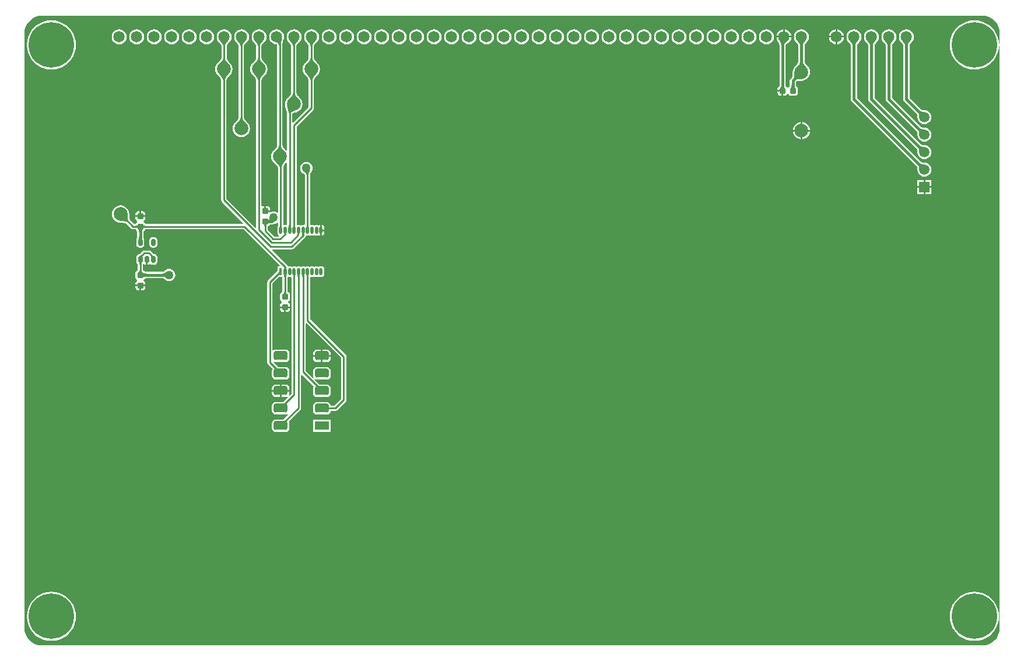
<source format=gtl>
%FSLAX23Y23*%
%MOIN*%
G70*
G01*
G75*
G04 Layer_Physical_Order=1*
G04 Layer_Color=255*
G04:AMPARAMS|DCode=10|XSize=50mil|YSize=80mil|CornerRadius=13mil|HoleSize=0mil|Usage=FLASHONLY|Rotation=90.000|XOffset=0mil|YOffset=0mil|HoleType=Round|Shape=RoundedRectangle|*
%AMROUNDEDRECTD10*
21,1,0.050,0.055,0,0,90.0*
21,1,0.025,0.080,0,0,90.0*
1,1,0.025,0.028,0.013*
1,1,0.025,0.028,-0.013*
1,1,0.025,-0.028,-0.013*
1,1,0.025,-0.028,0.013*
%
%ADD10ROUNDEDRECTD10*%
%ADD11R,0.080X0.050*%
%ADD12O,0.018X0.041*%
%ADD13R,0.018X0.041*%
G04:AMPARAMS|DCode=14|XSize=35mil|YSize=35mil|CornerRadius=5mil|HoleSize=0mil|Usage=FLASHONLY|Rotation=0.000|XOffset=0mil|YOffset=0mil|HoleType=Round|Shape=RoundedRectangle|*
%AMROUNDEDRECTD14*
21,1,0.035,0.025,0,0,0.0*
21,1,0.025,0.035,0,0,0.0*
1,1,0.011,0.012,-0.012*
1,1,0.011,-0.012,-0.012*
1,1,0.011,-0.012,0.012*
1,1,0.011,0.012,0.012*
%
%ADD14ROUNDEDRECTD14*%
G04:AMPARAMS|DCode=15|XSize=35mil|YSize=35mil|CornerRadius=5mil|HoleSize=0mil|Usage=FLASHONLY|Rotation=90.000|XOffset=0mil|YOffset=0mil|HoleType=Round|Shape=RoundedRectangle|*
%AMROUNDEDRECTD15*
21,1,0.035,0.025,0,0,90.0*
21,1,0.025,0.035,0,0,90.0*
1,1,0.011,0.012,0.012*
1,1,0.011,0.012,-0.012*
1,1,0.011,-0.012,-0.012*
1,1,0.011,-0.012,0.012*
%
%ADD15ROUNDEDRECTD15*%
G04:AMPARAMS|DCode=16|XSize=24mil|YSize=39mil|CornerRadius=6mil|HoleSize=0mil|Usage=FLASHONLY|Rotation=0.000|XOffset=0mil|YOffset=0mil|HoleType=Round|Shape=RoundedRectangle|*
%AMROUNDEDRECTD16*
21,1,0.024,0.028,0,0,0.0*
21,1,0.012,0.039,0,0,0.0*
1,1,0.012,0.006,-0.014*
1,1,0.012,-0.006,-0.014*
1,1,0.012,-0.006,0.014*
1,1,0.012,0.006,0.014*
%
%ADD16ROUNDEDRECTD16*%
%ADD17C,0.010*%
%ADD18C,0.015*%
%ADD19C,0.079*%
%ADD20C,0.065*%
%ADD21C,0.260*%
%ADD22C,0.059*%
%ADD23R,0.059X0.059*%
%ADD24C,0.050*%
G36*
X7395Y5624D02*
X7413Y5618D01*
X7431Y5609D01*
X7446Y5596D01*
X7459Y5581D01*
X7468Y5563D01*
X7474Y5545D01*
X7475Y5525D01*
X7475Y5525D01*
X7475D01*
Y5464D01*
X7470Y5464D01*
X7469Y5480D01*
X7464Y5501D01*
X7455Y5522D01*
X7444Y5541D01*
X7429Y5557D01*
X7413Y5572D01*
X7394Y5583D01*
X7373Y5592D01*
X7352Y5597D01*
X7330Y5598D01*
X7308Y5597D01*
X7287Y5592D01*
X7266Y5583D01*
X7247Y5572D01*
X7231Y5557D01*
X7216Y5541D01*
X7205Y5522D01*
X7196Y5501D01*
X7191Y5480D01*
X7190Y5458D01*
X7191Y5436D01*
X7196Y5415D01*
X7205Y5394D01*
X7216Y5375D01*
X7231Y5359D01*
X7247Y5344D01*
X7266Y5333D01*
X7287Y5324D01*
X7308Y5319D01*
X7330Y5318D01*
X7352Y5319D01*
X7373Y5324D01*
X7394Y5333D01*
X7413Y5344D01*
X7429Y5359D01*
X7444Y5375D01*
X7455Y5394D01*
X7464Y5415D01*
X7469Y5436D01*
X7470Y5452D01*
X7475Y5452D01*
Y4750D01*
X7475Y2125D01*
X7474Y2105D01*
X7468Y2087D01*
X7459Y2069D01*
X7446Y2054D01*
X7431Y2041D01*
X7413Y2032D01*
X7395Y2026D01*
X7375Y2025D01*
X7375Y2025D01*
Y2025D01*
X6725D01*
X2000Y2025D01*
X1980Y2026D01*
X1962Y2032D01*
X1944Y2041D01*
X1929Y2054D01*
X1916Y2069D01*
X1907Y2087D01*
X1901Y2105D01*
X1900Y2125D01*
X1900Y2125D01*
X1900D01*
Y4950D01*
X1900Y5525D01*
X1901Y5545D01*
X1907Y5563D01*
X1916Y5581D01*
X1929Y5596D01*
X1944Y5609D01*
X1962Y5618D01*
X1980Y5624D01*
X2000Y5625D01*
X2000Y5625D01*
Y5625D01*
X2850D01*
X7375Y5625D01*
X7395Y5624D01*
D02*
G37*
%LPC*%
G36*
X2558Y4077D02*
X2535D01*
Y4070D01*
X2536Y4064D01*
X2540Y4059D01*
X2545Y4056D01*
X2551Y4054D01*
X2558D01*
Y4077D01*
D02*
G37*
G36*
X2591D02*
X2568D01*
Y4054D01*
X2575D01*
X2581Y4056D01*
X2586Y4059D01*
X2590Y4064D01*
X2591Y4070D01*
Y4077D01*
D02*
G37*
G36*
X3385Y3953D02*
X3362D01*
Y3946D01*
X3363Y3940D01*
X3367Y3935D01*
X3372Y3932D01*
X3378Y3930D01*
X3385D01*
Y3953D01*
D02*
G37*
G36*
X3418D02*
X3395D01*
Y3930D01*
X3402D01*
X3408Y3932D01*
X3413Y3935D01*
X3417Y3940D01*
X3418Y3946D01*
Y3953D01*
D02*
G37*
G36*
X2054Y5598D02*
X2032Y5597D01*
X2011Y5592D01*
X1991Y5583D01*
X1972Y5572D01*
X1955Y5557D01*
X1941Y5541D01*
X1929Y5522D01*
X1921Y5501D01*
X1916Y5480D01*
X1914Y5458D01*
X1916Y5436D01*
X1921Y5415D01*
X1929Y5394D01*
X1941Y5375D01*
X1955Y5359D01*
X1972Y5344D01*
X1991Y5333D01*
X2011Y5324D01*
X2032Y5319D01*
X2054Y5318D01*
X2076Y5319D01*
X2098Y5324D01*
X2118Y5333D01*
X2137Y5344D01*
X2154Y5359D01*
X2168Y5375D01*
X2180Y5394D01*
X2188Y5415D01*
X2193Y5436D01*
X2195Y5458D01*
X2193Y5480D01*
X2188Y5501D01*
X2180Y5522D01*
X2168Y5541D01*
X2154Y5557D01*
X2137Y5572D01*
X2118Y5583D01*
X2098Y5592D01*
X2076Y5597D01*
X2054Y5598D01*
D02*
G37*
G36*
X3541Y5547D02*
X3530Y5546D01*
X3520Y5542D01*
X3511Y5535D01*
X3504Y5526D01*
X3500Y5516D01*
X3499Y5505D01*
X3500Y5493D01*
X3504Y5483D01*
X3510Y5476D01*
X3510Y5476D01*
X3510Y5475D01*
X3511Y5474D01*
X3512Y5474D01*
X3513Y5472D01*
X3518Y5466D01*
X3520Y5463D01*
X3522Y5461D01*
X3523Y5458D01*
X3524Y5457D01*
X3524Y5455D01*
X3525Y5454D01*
Y5382D01*
X3525Y5382D01*
X3524Y5380D01*
X3524Y5378D01*
X3522Y5376D01*
X3521Y5373D01*
X3519Y5371D01*
X3509Y5359D01*
X3506Y5356D01*
X3505Y5355D01*
X3497Y5345D01*
X3492Y5333D01*
X3490Y5320D01*
X3492Y5307D01*
X3497Y5295D01*
X3505Y5285D01*
X3506Y5284D01*
X3509Y5281D01*
X3516Y5273D01*
X3519Y5270D01*
X3521Y5267D01*
X3522Y5264D01*
X3524Y5262D01*
X3524Y5260D01*
X3525Y5258D01*
X3525Y5258D01*
Y5103D01*
X3436Y5015D01*
X3431Y5016D01*
Y5063D01*
X3431Y5063D01*
X3432Y5064D01*
X3432Y5065D01*
X3433Y5066D01*
X3433Y5067D01*
X3435Y5068D01*
X3437Y5069D01*
X3439Y5069D01*
X3442Y5070D01*
X3446Y5071D01*
X3446Y5071D01*
X3447Y5071D01*
X3447Y5071D01*
X3453Y5072D01*
X3465Y5077D01*
X3475Y5085D01*
X3483Y5095D01*
X3488Y5107D01*
X3490Y5120D01*
X3488Y5133D01*
X3483Y5145D01*
X3475Y5155D01*
X3474Y5156D01*
X3471Y5159D01*
X3464Y5167D01*
X3461Y5170D01*
X3459Y5173D01*
X3458Y5176D01*
X3456Y5178D01*
X3456Y5180D01*
X3455Y5182D01*
X3455Y5182D01*
Y5454D01*
X3456Y5455D01*
X3456Y5456D01*
X3457Y5458D01*
X3458Y5460D01*
X3460Y5462D01*
X3462Y5464D01*
X3467Y5470D01*
X3470Y5473D01*
X3470Y5473D01*
X3472Y5474D01*
X3479Y5483D01*
X3483Y5493D01*
X3484Y5505D01*
X3483Y5516D01*
X3479Y5526D01*
X3472Y5535D01*
X3463Y5542D01*
X3453Y5546D01*
X3441Y5547D01*
X3430Y5546D01*
X3420Y5542D01*
X3411Y5535D01*
X3404Y5526D01*
X3400Y5516D01*
X3399Y5505D01*
X3400Y5493D01*
X3404Y5483D01*
X3410Y5476D01*
X3410Y5476D01*
X3410Y5475D01*
X3411Y5474D01*
X3412Y5474D01*
X3413Y5472D01*
X3418Y5466D01*
X3420Y5463D01*
X3422Y5461D01*
X3423Y5458D01*
X3424Y5457D01*
X3424Y5455D01*
X3425Y5454D01*
Y5182D01*
X3425Y5182D01*
X3424Y5180D01*
X3424Y5178D01*
X3422Y5176D01*
X3421Y5173D01*
X3419Y5171D01*
X3409Y5159D01*
X3406Y5156D01*
X3405Y5155D01*
X3397Y5145D01*
X3392Y5133D01*
X3390Y5120D01*
X3392Y5107D01*
X3392Y5106D01*
X3401Y5070D01*
X3401Y5070D01*
Y4856D01*
X3396Y4854D01*
X3395Y4855D01*
X3394Y4856D01*
X3391Y4859D01*
X3384Y4867D01*
X3381Y4870D01*
X3379Y4873D01*
X3378Y4876D01*
X3376Y4878D01*
X3376Y4880D01*
X3375Y4882D01*
X3375Y4882D01*
Y5462D01*
X3382Y5493D01*
X3383Y5493D01*
X3384Y5505D01*
X3383Y5516D01*
X3379Y5526D01*
X3372Y5535D01*
X3363Y5542D01*
X3353Y5546D01*
X3341Y5547D01*
X3330Y5546D01*
X3320Y5542D01*
X3311Y5535D01*
X3304Y5526D01*
X3300Y5516D01*
X3299Y5505D01*
X3300Y5493D01*
X3304Y5483D01*
X3311Y5474D01*
X3320Y5467D01*
X3330Y5463D01*
X3333Y5463D01*
X3334Y5463D01*
X3334Y5463D01*
X3334Y5463D01*
X3337Y5462D01*
X3339Y5461D01*
X3341Y5460D01*
X3343Y5460D01*
X3343Y5459D01*
X3344Y5459D01*
X3344Y5458D01*
X3345Y5457D01*
X3345Y5457D01*
X3345Y5457D01*
Y4882D01*
X3345Y4882D01*
X3344Y4880D01*
X3344Y4878D01*
X3342Y4876D01*
X3341Y4873D01*
X3339Y4871D01*
X3329Y4859D01*
X3326Y4856D01*
X3325Y4855D01*
X3317Y4845D01*
X3312Y4833D01*
X3310Y4820D01*
X3312Y4807D01*
X3317Y4795D01*
X3325Y4785D01*
X3329Y4781D01*
X3330Y4781D01*
X3338Y4774D01*
X3341Y4771D01*
X3344Y4768D01*
X3346Y4766D01*
X3347Y4763D01*
X3348Y4761D01*
X3349Y4759D01*
X3350Y4758D01*
X3350Y4758D01*
Y4501D01*
X3345Y4498D01*
X3342Y4501D01*
X3333Y4504D01*
X3324Y4505D01*
X3315Y4504D01*
X3310Y4502D01*
X3309Y4503D01*
X3277D01*
Y4508D01*
X3272D01*
Y4536D01*
X3265D01*
X3260Y4535D01*
X3255Y4538D01*
Y5258D01*
X3255Y5258D01*
X3256Y5260D01*
X3256Y5262D01*
X3258Y5264D01*
X3259Y5267D01*
X3261Y5269D01*
X3271Y5281D01*
X3274Y5284D01*
X3275Y5285D01*
X3283Y5295D01*
X3288Y5307D01*
X3290Y5320D01*
X3288Y5333D01*
X3283Y5345D01*
X3275Y5355D01*
X3274Y5356D01*
X3271Y5359D01*
X3264Y5367D01*
X3261Y5370D01*
X3259Y5373D01*
X3258Y5376D01*
X3256Y5378D01*
X3256Y5380D01*
X3255Y5382D01*
X3255Y5382D01*
Y5454D01*
X3256Y5455D01*
X3256Y5456D01*
X3257Y5458D01*
X3258Y5460D01*
X3260Y5462D01*
X3262Y5464D01*
X3267Y5470D01*
X3270Y5473D01*
X3270Y5473D01*
X3272Y5474D01*
X3279Y5483D01*
X3283Y5493D01*
X3284Y5505D01*
X3283Y5516D01*
X3279Y5526D01*
X3272Y5535D01*
X3263Y5542D01*
X3253Y5546D01*
X3241Y5547D01*
X3230Y5546D01*
X3220Y5542D01*
X3211Y5535D01*
X3204Y5526D01*
X3200Y5516D01*
X3199Y5505D01*
X3200Y5493D01*
X3204Y5483D01*
X3210Y5476D01*
X3210Y5476D01*
X3210Y5475D01*
X3211Y5474D01*
X3212Y5474D01*
X3213Y5472D01*
X3218Y5466D01*
X3220Y5463D01*
X3222Y5461D01*
X3223Y5458D01*
X3224Y5457D01*
X3224Y5455D01*
X3225Y5454D01*
Y5382D01*
X3225Y5382D01*
X3224Y5380D01*
X3224Y5378D01*
X3222Y5376D01*
X3221Y5373D01*
X3219Y5371D01*
X3209Y5359D01*
X3206Y5356D01*
X3205Y5355D01*
X3197Y5345D01*
X3192Y5333D01*
X3190Y5320D01*
X3192Y5307D01*
X3197Y5295D01*
X3205Y5285D01*
X3206Y5284D01*
X3209Y5281D01*
X3216Y5273D01*
X3219Y5270D01*
X3221Y5267D01*
X3222Y5264D01*
X3224Y5262D01*
X3224Y5260D01*
X3225Y5258D01*
X3225Y5258D01*
Y4413D01*
X3220Y4412D01*
X3055Y4576D01*
Y5258D01*
X3055Y5258D01*
X3056Y5260D01*
X3056Y5262D01*
X3058Y5264D01*
X3059Y5267D01*
X3061Y5269D01*
X3071Y5281D01*
X3074Y5284D01*
X3075Y5285D01*
X3083Y5295D01*
X3088Y5307D01*
X3090Y5320D01*
X3088Y5333D01*
X3083Y5345D01*
X3075Y5355D01*
X3074Y5356D01*
X3072Y5358D01*
X3068Y5362D01*
X3063Y5370D01*
X3061Y5373D01*
X3059Y5376D01*
X3058Y5378D01*
X3057Y5380D01*
X3057Y5382D01*
X3057Y5382D01*
Y5454D01*
X3057Y5455D01*
X3057Y5456D01*
X3058Y5458D01*
X3060Y5460D01*
X3061Y5463D01*
X3063Y5465D01*
X3068Y5471D01*
X3071Y5473D01*
X3072Y5474D01*
X3079Y5483D01*
X3083Y5493D01*
X3084Y5505D01*
X3083Y5516D01*
X3079Y5526D01*
X3072Y5535D01*
X3063Y5542D01*
X3053Y5546D01*
X3041Y5547D01*
X3030Y5546D01*
X3020Y5542D01*
X3011Y5535D01*
X3004Y5526D01*
X3000Y5516D01*
X2999Y5505D01*
X3000Y5493D01*
X3004Y5483D01*
X3011Y5474D01*
X3012Y5473D01*
X3015Y5471D01*
X3020Y5465D01*
X3022Y5463D01*
X3023Y5460D01*
X3025Y5458D01*
X3025Y5456D01*
X3026Y5455D01*
X3026Y5454D01*
Y5382D01*
X3026Y5382D01*
X3026Y5380D01*
X3025Y5379D01*
X3024Y5376D01*
X3022Y5374D01*
X3020Y5371D01*
X3018Y5368D01*
X3011Y5360D01*
X3006Y5357D01*
X3006Y5357D01*
X3005Y5355D01*
X2997Y5345D01*
X2992Y5333D01*
X2990Y5320D01*
X2992Y5307D01*
X2997Y5295D01*
X3005Y5285D01*
X3006Y5284D01*
X3009Y5281D01*
X3016Y5273D01*
X3019Y5270D01*
X3021Y5267D01*
X3022Y5264D01*
X3024Y5262D01*
X3024Y5260D01*
X3025Y5258D01*
X3025Y5258D01*
Y4570D01*
X3026Y4564D01*
X3029Y4559D01*
X3149Y4439D01*
X3147Y4435D01*
X2590D01*
X2590Y4438D01*
X2586Y4443D01*
X2581Y4446D01*
X2581Y4446D01*
Y4452D01*
X2581Y4452D01*
X2586Y4455D01*
X2590Y4460D01*
X2591Y4466D01*
Y4474D01*
X2535D01*
Y4466D01*
X2536Y4460D01*
X2540Y4455D01*
X2545Y4452D01*
X2545Y4452D01*
Y4446D01*
X2545Y4446D01*
X2540Y4443D01*
X2536Y4438D01*
X2536Y4435D01*
X2527D01*
X2505Y4457D01*
X2504Y4457D01*
X2504Y4458D01*
X2503Y4460D01*
X2502Y4463D01*
X2501Y4466D01*
X2501Y4469D01*
X2500Y4484D01*
X2500Y4488D01*
X2500Y4490D01*
X2498Y4503D01*
X2493Y4515D01*
X2485Y4525D01*
X2475Y4533D01*
X2463Y4538D01*
X2450Y4540D01*
X2437Y4538D01*
X2425Y4533D01*
X2415Y4525D01*
X2407Y4515D01*
X2402Y4503D01*
X2400Y4490D01*
X2402Y4477D01*
X2407Y4465D01*
X2415Y4455D01*
X2425Y4447D01*
X2437Y4442D01*
X2450Y4440D01*
X2452Y4440D01*
X2456Y4440D01*
X2466Y4440D01*
X2471Y4439D01*
X2474Y4439D01*
X2477Y4438D01*
X2480Y4437D01*
X2482Y4436D01*
X2483Y4436D01*
X2483Y4435D01*
X2510Y4409D01*
X2515Y4405D01*
X2521Y4404D01*
X2536D01*
X2536Y4401D01*
X2540Y4396D01*
X2545Y4393D01*
X2545Y4393D01*
X2545Y4391D01*
X2545Y4390D01*
Y4360D01*
X2545Y4357D01*
X2545Y4355D01*
X2544Y4354D01*
X2544Y4353D01*
X2543Y4352D01*
X2543Y4352D01*
X2543Y4351D01*
X2542Y4350D01*
X2542Y4349D01*
X2541Y4347D01*
X2541Y4347D01*
X2541Y4347D01*
X2540Y4343D01*
Y4315D01*
X2542Y4309D01*
X2545Y4304D01*
X2550Y4300D01*
X2557Y4299D01*
X2569D01*
X2575Y4300D01*
X2580Y4304D01*
X2583Y4309D01*
X2585Y4315D01*
Y4343D01*
X2584Y4346D01*
X2584Y4347D01*
X2584Y4347D01*
X2583Y4349D01*
X2583Y4350D01*
X2583Y4350D01*
X2582Y4351D01*
X2582Y4352D01*
X2582Y4352D01*
X2582Y4353D01*
X2581Y4354D01*
X2581Y4356D01*
X2581Y4360D01*
Y4390D01*
X2581Y4391D01*
X2581Y4393D01*
X2581Y4393D01*
X2586Y4396D01*
X2590Y4401D01*
X2590Y4404D01*
X3152D01*
X3359Y4197D01*
X3357Y4193D01*
X3346D01*
Y4167D01*
X3346Y4167D01*
X3346Y4166D01*
X3346Y4166D01*
X3345Y4165D01*
X3345Y4164D01*
X3344Y4163D01*
X3344Y4162D01*
X3343Y4162D01*
X3292Y4111D01*
X3289Y4106D01*
X3288Y4100D01*
Y3642D01*
X3289Y3636D01*
X3292Y3631D01*
X3319Y3605D01*
X3316Y3601D01*
X3315Y3592D01*
Y3568D01*
X3316Y3559D01*
X3321Y3551D01*
X3329Y3546D01*
X3338Y3545D01*
X3392D01*
X3401Y3546D01*
X3409Y3551D01*
X3414Y3559D01*
X3415Y3568D01*
Y3592D01*
X3414Y3601D01*
X3409Y3609D01*
X3401Y3614D01*
X3392Y3615D01*
X3352D01*
X3351Y3616D01*
X3351Y3616D01*
X3349Y3618D01*
X3322Y3645D01*
X3325Y3649D01*
X3329Y3646D01*
X3338Y3645D01*
X3392D01*
X3401Y3646D01*
X3409Y3651D01*
X3414Y3659D01*
X3415Y3668D01*
Y3693D01*
X3414Y3701D01*
X3409Y3709D01*
X3401Y3714D01*
X3392Y3715D01*
X3338D01*
X3329Y3714D01*
X3323Y3710D01*
X3318Y3713D01*
Y4094D01*
X3356Y4131D01*
X3356Y4131D01*
X3356Y4131D01*
X3357D01*
X3357Y4131D01*
X3357Y4131D01*
X3375D01*
Y4045D01*
X3372Y4044D01*
X3367Y4041D01*
X3363Y4036D01*
X3362Y4030D01*
Y4005D01*
X3363Y3999D01*
X3367Y3994D01*
X3372Y3991D01*
X3372Y3991D01*
Y3985D01*
X3372Y3985D01*
X3367Y3982D01*
X3363Y3977D01*
X3362Y3971D01*
Y3963D01*
X3418D01*
Y3971D01*
X3417Y3977D01*
X3413Y3982D01*
X3408Y3985D01*
X3408Y3985D01*
Y3991D01*
X3408Y3991D01*
X3413Y3994D01*
X3417Y3999D01*
X3418Y4005D01*
Y4030D01*
X3417Y4036D01*
X3413Y4041D01*
X3408Y4044D01*
X3405Y4045D01*
Y4129D01*
X3410Y4132D01*
X3416Y4131D01*
X3421Y4132D01*
X3426Y4129D01*
Y3463D01*
X3415Y3452D01*
X3411Y3455D01*
X3414Y3459D01*
X3415Y3467D01*
Y3475D01*
X3370D01*
Y3445D01*
X3392D01*
X3401Y3446D01*
X3405Y3449D01*
X3408Y3445D01*
X3381Y3418D01*
X3380Y3417D01*
X3379Y3416D01*
X3379Y3416D01*
X3378Y3415D01*
X3338D01*
X3329Y3414D01*
X3321Y3409D01*
X3316Y3401D01*
X3315Y3392D01*
Y3368D01*
X3316Y3359D01*
X3321Y3351D01*
X3329Y3346D01*
X3338Y3345D01*
X3392D01*
X3401Y3346D01*
X3405Y3349D01*
X3408Y3345D01*
X3381Y3318D01*
X3380Y3317D01*
X3379Y3316D01*
X3379Y3316D01*
X3378Y3315D01*
X3338D01*
X3329Y3314D01*
X3321Y3309D01*
X3316Y3301D01*
X3315Y3293D01*
Y3267D01*
X3316Y3259D01*
X3321Y3251D01*
X3329Y3246D01*
X3338Y3245D01*
X3392D01*
X3401Y3246D01*
X3409Y3251D01*
X3414Y3259D01*
X3415Y3267D01*
Y3293D01*
X3414Y3301D01*
X3411Y3305D01*
X3478Y3371D01*
X3481Y3376D01*
X3482Y3382D01*
Y3569D01*
X3487Y3571D01*
X3554Y3505D01*
X3551Y3501D01*
X3550Y3493D01*
Y3467D01*
X3551Y3459D01*
X3556Y3451D01*
X3564Y3446D01*
X3572Y3445D01*
X3628D01*
X3636Y3446D01*
X3644Y3451D01*
X3649Y3459D01*
X3650Y3467D01*
Y3493D01*
X3649Y3501D01*
X3644Y3509D01*
X3636Y3514D01*
X3628Y3515D01*
X3587D01*
X3586Y3516D01*
X3586Y3516D01*
X3584Y3518D01*
X3557Y3545D01*
X3560Y3549D01*
X3564Y3546D01*
X3572Y3545D01*
X3628D01*
X3636Y3546D01*
X3644Y3551D01*
X3649Y3559D01*
X3650Y3568D01*
Y3592D01*
X3649Y3601D01*
X3644Y3609D01*
X3636Y3614D01*
X3628Y3615D01*
X3572D01*
X3564Y3614D01*
X3556Y3609D01*
X3551Y3601D01*
X3550Y3592D01*
Y3568D01*
X3551Y3559D01*
X3554Y3555D01*
X3550Y3552D01*
X3508Y3594D01*
Y3865D01*
X3513Y3867D01*
X3710Y3670D01*
Y3435D01*
X3670Y3395D01*
X3650D01*
X3649Y3401D01*
X3644Y3409D01*
X3636Y3414D01*
X3628Y3415D01*
X3572D01*
X3564Y3414D01*
X3556Y3409D01*
X3551Y3401D01*
X3550Y3392D01*
Y3368D01*
X3551Y3359D01*
X3556Y3351D01*
X3564Y3346D01*
X3572Y3345D01*
X3628D01*
X3636Y3346D01*
X3644Y3351D01*
X3649Y3359D01*
X3650Y3365D01*
X3676D01*
X3682Y3366D01*
X3687Y3369D01*
X3736Y3418D01*
X3739Y3423D01*
X3740Y3429D01*
Y3676D01*
X3739Y3682D01*
X3736Y3687D01*
X3534Y3889D01*
Y4129D01*
X3539Y4132D01*
X3544Y4131D01*
X3551Y4132D01*
X3557Y4136D01*
X3562Y4132D01*
X3570Y4131D01*
X3577Y4132D01*
X3582Y4136D01*
X3588Y4132D01*
X3595Y4131D01*
X3603Y4132D01*
X3609Y4136D01*
X3613Y4143D01*
X3614Y4150D01*
Y4174D01*
X3613Y4181D01*
X3609Y4187D01*
X3603Y4191D01*
X3595Y4193D01*
X3588Y4191D01*
X3582Y4188D01*
X3577Y4191D01*
X3570Y4193D01*
X3562Y4191D01*
X3557Y4188D01*
X3551Y4191D01*
X3544Y4193D01*
X3537Y4191D01*
X3531Y4188D01*
X3526Y4191D01*
X3518Y4193D01*
X3511Y4191D01*
X3506Y4188D01*
X3500Y4191D01*
X3493Y4193D01*
X3485Y4191D01*
X3480Y4188D01*
X3475Y4191D01*
X3467Y4193D01*
X3460Y4191D01*
X3454Y4188D01*
X3449Y4191D01*
X3442Y4193D01*
X3434Y4191D01*
X3429Y4188D01*
X3423Y4191D01*
X3416Y4193D01*
X3409Y4191D01*
X3409Y4191D01*
X3403Y4194D01*
X3403Y4195D01*
X3400Y4200D01*
X3315Y4284D01*
X3317Y4289D01*
X3428D01*
X3434Y4290D01*
X3439Y4293D01*
X3504Y4358D01*
X3507Y4363D01*
X3507Y4365D01*
X3511Y4368D01*
X3513Y4368D01*
X3518Y4367D01*
X3526Y4369D01*
X3531Y4372D01*
X3537Y4369D01*
X3544Y4367D01*
X3551Y4369D01*
X3557Y4372D01*
X3562Y4369D01*
X3570Y4367D01*
X3577Y4369D01*
X3582Y4372D01*
X3588Y4369D01*
X3590Y4368D01*
Y4398D01*
Y4428D01*
X3588Y4428D01*
X3582Y4424D01*
X3577Y4428D01*
X3570Y4429D01*
X3562Y4428D01*
X3557Y4424D01*
X3551Y4428D01*
X3544Y4429D01*
X3538Y4428D01*
X3533Y4431D01*
Y4717D01*
X3533Y4718D01*
X3534Y4719D01*
X3534Y4721D01*
X3535Y4722D01*
X3540Y4733D01*
X3542Y4736D01*
X3542Y4736D01*
X3543Y4736D01*
X3546Y4745D01*
X3547Y4754D01*
X3546Y4763D01*
X3543Y4772D01*
X3537Y4779D01*
X3530Y4785D01*
X3521Y4788D01*
X3512Y4789D01*
X3503Y4788D01*
X3494Y4785D01*
X3487Y4779D01*
X3481Y4772D01*
X3478Y4763D01*
X3477Y4754D01*
X3478Y4745D01*
X3481Y4736D01*
X3487Y4729D01*
X3494Y4723D01*
X3495Y4723D01*
X3496Y4722D01*
X3498Y4721D01*
X3499Y4720D01*
X3501Y4719D01*
X3501Y4718D01*
X3502Y4717D01*
X3502Y4716D01*
X3503Y4715D01*
X3503Y4715D01*
Y4432D01*
X3498Y4428D01*
X3493Y4429D01*
X3485Y4428D01*
X3480Y4424D01*
X3475Y4428D01*
X3467Y4429D01*
X3462Y4428D01*
X3457Y4431D01*
Y4992D01*
X3551Y5086D01*
X3554Y5091D01*
X3555Y5097D01*
Y5258D01*
X3555Y5258D01*
X3556Y5260D01*
X3556Y5262D01*
X3558Y5264D01*
X3559Y5267D01*
X3561Y5269D01*
X3571Y5281D01*
X3574Y5284D01*
X3575Y5285D01*
X3583Y5295D01*
X3588Y5307D01*
X3590Y5320D01*
X3588Y5333D01*
X3583Y5345D01*
X3575Y5355D01*
X3574Y5356D01*
X3571Y5359D01*
X3564Y5367D01*
X3561Y5370D01*
X3559Y5373D01*
X3558Y5376D01*
X3556Y5378D01*
X3556Y5380D01*
X3555Y5382D01*
X3555Y5382D01*
Y5454D01*
X3556Y5455D01*
X3556Y5456D01*
X3557Y5458D01*
X3558Y5460D01*
X3560Y5462D01*
X3562Y5464D01*
X3567Y5470D01*
X3570Y5473D01*
X3570Y5473D01*
X3572Y5474D01*
X3579Y5483D01*
X3583Y5493D01*
X3584Y5505D01*
X3583Y5516D01*
X3579Y5526D01*
X3572Y5535D01*
X3563Y5542D01*
X3553Y5546D01*
X3541Y5547D01*
D02*
G37*
G36*
X2613Y4282D02*
X2585D01*
X2580Y4281D01*
X2579Y4281D01*
X2574Y4278D01*
X2560Y4264D01*
X2560Y4263D01*
X2559Y4263D01*
X2558Y4262D01*
X2557Y4262D01*
X2556Y4261D01*
X2555Y4261D01*
X2554Y4261D01*
X2553Y4260D01*
X2552Y4260D01*
X2552Y4260D01*
X2550Y4260D01*
X2549Y4259D01*
X2549Y4258D01*
X2548Y4258D01*
X2545Y4256D01*
X2542Y4251D01*
X2540Y4245D01*
Y4217D01*
X2542Y4211D01*
X2545Y4206D01*
X2547Y4204D01*
X2547Y4203D01*
Y4169D01*
X2545Y4168D01*
X2540Y4165D01*
X2536Y4160D01*
X2535Y4154D01*
Y4129D01*
X2536Y4123D01*
X2540Y4118D01*
X2545Y4115D01*
X2545Y4115D01*
Y4109D01*
X2545Y4109D01*
X2540Y4106D01*
X2536Y4101D01*
X2535Y4095D01*
Y4087D01*
X2591D01*
Y4095D01*
X2590Y4101D01*
X2586Y4106D01*
X2581Y4109D01*
X2581Y4109D01*
Y4115D01*
X2581Y4115D01*
X2586Y4118D01*
X2590Y4123D01*
X2590Y4124D01*
X2591Y4125D01*
X2592Y4125D01*
X2691D01*
X2691Y4125D01*
X2693Y4124D01*
X2694Y4124D01*
X2695Y4123D01*
X2697Y4123D01*
X2698Y4122D01*
X2699Y4121D01*
X2701Y4119D01*
X2702Y4118D01*
X2703Y4118D01*
X2710Y4112D01*
X2718Y4108D01*
X2728Y4107D01*
X2737Y4108D01*
X2745Y4112D01*
X2752Y4118D01*
X2758Y4125D01*
X2762Y4133D01*
X2763Y4143D01*
X2762Y4152D01*
X2758Y4160D01*
X2752Y4167D01*
X2745Y4173D01*
X2737Y4177D01*
X2728Y4178D01*
X2718Y4177D01*
X2710Y4173D01*
X2703Y4167D01*
X2702Y4167D01*
X2701Y4166D01*
X2699Y4164D01*
X2698Y4163D01*
X2697Y4162D01*
X2695Y4162D01*
X2694Y4161D01*
X2693Y4161D01*
X2691Y4160D01*
X2691Y4160D01*
X2592D01*
X2591Y4160D01*
X2589Y4161D01*
X2589Y4161D01*
X2586Y4165D01*
X2581Y4168D01*
X2578Y4169D01*
Y4204D01*
X2579Y4205D01*
X2583Y4206D01*
X2588Y4202D01*
X2594Y4201D01*
X2595D01*
Y4231D01*
X2605D01*
Y4201D01*
X2606D01*
X2612Y4202D01*
X2615Y4204D01*
X2620Y4206D01*
X2625Y4202D01*
X2631Y4201D01*
X2643D01*
X2650Y4202D01*
X2655Y4206D01*
X2658Y4211D01*
X2660Y4217D01*
Y4245D01*
X2658Y4251D01*
X2655Y4256D01*
X2650Y4260D01*
X2643Y4261D01*
X2641D01*
X2641Y4261D01*
X2639Y4263D01*
X2624Y4278D01*
X2619Y4281D01*
X2613Y4282D01*
D02*
G37*
G36*
X6341Y5547D02*
X6330Y5546D01*
X6320Y5542D01*
X6311Y5535D01*
X6304Y5526D01*
X6300Y5516D01*
X6299Y5505D01*
X6300Y5493D01*
X6304Y5483D01*
X6311Y5474D01*
X6312Y5474D01*
X6314Y5471D01*
X6316Y5469D01*
X6318Y5466D01*
X6320Y5464D01*
X6321Y5462D01*
X6322Y5460D01*
X6323Y5458D01*
X6323Y5456D01*
X6324Y5455D01*
Y5363D01*
X6323Y5362D01*
X6323Y5360D01*
X6322Y5357D01*
X6320Y5354D01*
X6318Y5352D01*
X6316Y5348D01*
X6310Y5341D01*
X6308Y5339D01*
X6307Y5338D01*
X6299Y5328D01*
X6294Y5316D01*
X6292Y5303D01*
X6292Y5302D01*
X6292Y5293D01*
X6292Y5289D01*
X6291Y5285D01*
X6290Y5282D01*
X6290Y5279D01*
X6289Y5276D01*
X6288Y5274D01*
X6287Y5273D01*
X6280Y5266D01*
X6276Y5260D01*
X6275Y5254D01*
Y5225D01*
X6275Y5224D01*
X6274Y5223D01*
X6274Y5223D01*
X6269Y5219D01*
X6266Y5214D01*
X6266Y5214D01*
X6260D01*
X6260Y5214D01*
X6257Y5219D01*
X6252Y5223D01*
X6252Y5223D01*
X6251Y5224D01*
X6251Y5225D01*
Y5454D01*
X6252Y5456D01*
X6252Y5457D01*
X6253Y5458D01*
X6254Y5460D01*
X6255Y5461D01*
X6256Y5463D01*
X6258Y5464D01*
X6260Y5466D01*
X6262Y5467D01*
X6263Y5467D01*
X6272Y5474D01*
X6279Y5483D01*
X6283Y5493D01*
X6284Y5500D01*
X6199D01*
X6200Y5493D01*
X6204Y5483D01*
X6205Y5482D01*
X6209Y5475D01*
X6211Y5472D01*
X6213Y5466D01*
X6214Y5464D01*
X6215Y5461D01*
X6215Y5459D01*
X6216Y5458D01*
Y5225D01*
X6216Y5224D01*
X6215Y5223D01*
X6215Y5223D01*
X6210Y5219D01*
X6207Y5214D01*
X6205Y5208D01*
Y5201D01*
X6233D01*
Y5196D01*
X6238D01*
Y5168D01*
X6246D01*
X6252Y5169D01*
X6257Y5173D01*
X6260Y5178D01*
X6260Y5178D01*
X6266D01*
X6266Y5178D01*
X6269Y5173D01*
X6274Y5169D01*
X6280Y5168D01*
X6305D01*
X6311Y5169D01*
X6316Y5173D01*
X6319Y5178D01*
X6321Y5184D01*
Y5208D01*
X6319Y5214D01*
X6316Y5219D01*
X6311Y5223D01*
X6311Y5223D01*
X6310Y5224D01*
X6310Y5225D01*
Y5246D01*
X6312Y5248D01*
X6313Y5249D01*
X6315Y5250D01*
X6318Y5251D01*
X6321Y5251D01*
X6324Y5252D01*
X6328Y5253D01*
X6337Y5253D01*
X6340Y5253D01*
X6342Y5253D01*
X6355Y5255D01*
X6367Y5260D01*
X6377Y5268D01*
X6385Y5278D01*
X6390Y5290D01*
X6392Y5303D01*
X6390Y5316D01*
X6385Y5328D01*
X6377Y5338D01*
X6376Y5339D01*
X6369Y5346D01*
X6367Y5349D01*
X6365Y5352D01*
X6363Y5355D01*
X6361Y5357D01*
X6360Y5360D01*
X6360Y5362D01*
X6359Y5364D01*
Y5455D01*
X6359Y5456D01*
X6360Y5458D01*
X6361Y5460D01*
X6362Y5462D01*
X6363Y5464D01*
X6364Y5466D01*
X6369Y5472D01*
X6371Y5474D01*
X6372Y5474D01*
X6379Y5483D01*
X6383Y5493D01*
X6384Y5505D01*
X6383Y5516D01*
X6379Y5526D01*
X6372Y5535D01*
X6363Y5542D01*
X6353Y5546D01*
X6341Y5547D01*
D02*
G37*
G36*
X6228Y5191D02*
X6205D01*
Y5184D01*
X6207Y5178D01*
X6210Y5173D01*
X6215Y5169D01*
X6221Y5168D01*
X6228D01*
Y5191D01*
D02*
G37*
G36*
X3628Y3715D02*
X3605D01*
Y3685D01*
X3650D01*
Y3693D01*
X3649Y3701D01*
X3644Y3709D01*
X3636Y3714D01*
X3628Y3715D01*
D02*
G37*
G36*
X2441Y5547D02*
X2430Y5546D01*
X2420Y5542D01*
X2411Y5535D01*
X2404Y5526D01*
X2400Y5516D01*
X2399Y5505D01*
X2400Y5493D01*
X2404Y5483D01*
X2411Y5474D01*
X2420Y5467D01*
X2430Y5463D01*
X2441Y5462D01*
X2453Y5463D01*
X2463Y5467D01*
X2472Y5474D01*
X2479Y5483D01*
X2483Y5493D01*
X2484Y5505D01*
X2483Y5516D01*
X2479Y5526D01*
X2472Y5535D01*
X2463Y5542D01*
X2453Y5546D01*
X2441Y5547D01*
D02*
G37*
G36*
X3360Y3475D02*
X3315D01*
Y3467D01*
X3316Y3459D01*
X3321Y3451D01*
X3329Y3446D01*
X3338Y3445D01*
X3360D01*
Y3475D01*
D02*
G37*
G36*
X2641Y5547D02*
X2630Y5546D01*
X2620Y5542D01*
X2611Y5535D01*
X2604Y5526D01*
X2600Y5516D01*
X2599Y5505D01*
X2600Y5493D01*
X2604Y5483D01*
X2611Y5474D01*
X2620Y5467D01*
X2630Y5463D01*
X2641Y5462D01*
X2653Y5463D01*
X2663Y5467D01*
X2672Y5474D01*
X2679Y5483D01*
X2683Y5493D01*
X2684Y5505D01*
X2683Y5516D01*
X2679Y5526D01*
X2672Y5535D01*
X2663Y5542D01*
X2653Y5546D01*
X2641Y5547D01*
D02*
G37*
G36*
X2541D02*
X2530Y5546D01*
X2520Y5542D01*
X2511Y5535D01*
X2504Y5526D01*
X2500Y5516D01*
X2499Y5505D01*
X2500Y5493D01*
X2504Y5483D01*
X2511Y5474D01*
X2520Y5467D01*
X2530Y5463D01*
X2541Y5462D01*
X2553Y5463D01*
X2563Y5467D01*
X2572Y5474D01*
X2579Y5483D01*
X2583Y5493D01*
X2584Y5505D01*
X2583Y5516D01*
X2579Y5526D01*
X2572Y5535D01*
X2563Y5542D01*
X2553Y5546D01*
X2541Y5547D01*
D02*
G37*
G36*
X3360Y3515D02*
X3338D01*
X3329Y3514D01*
X3321Y3509D01*
X3316Y3501D01*
X3315Y3493D01*
Y3485D01*
X3360D01*
Y3515D01*
D02*
G37*
G36*
X3650Y3675D02*
X3605D01*
Y3645D01*
X3628D01*
X3636Y3646D01*
X3644Y3651D01*
X3649Y3659D01*
X3650Y3668D01*
Y3675D01*
D02*
G37*
G36*
X3595Y3715D02*
X3572D01*
X3564Y3714D01*
X3556Y3709D01*
X3551Y3701D01*
X3550Y3693D01*
Y3685D01*
X3595D01*
Y3715D01*
D02*
G37*
G36*
X3392Y3515D02*
X3370D01*
Y3485D01*
X3415D01*
Y3493D01*
X3414Y3501D01*
X3409Y3509D01*
X3401Y3514D01*
X3392Y3515D01*
D02*
G37*
G36*
X3595Y3675D02*
X3550D01*
Y3668D01*
X3551Y3659D01*
X3556Y3651D01*
X3564Y3646D01*
X3572Y3645D01*
X3595D01*
Y3675D01*
D02*
G37*
G36*
X7040Y4685D02*
X7005D01*
Y4650D01*
X7040D01*
Y4685D01*
D02*
G37*
G36*
X7085Y4640D02*
X7050D01*
Y4605D01*
X7085D01*
Y4640D01*
D02*
G37*
G36*
X6641Y5547D02*
X6630Y5546D01*
X6620Y5542D01*
X6611Y5535D01*
X6604Y5526D01*
X6600Y5516D01*
X6599Y5505D01*
X6600Y5493D01*
X6604Y5483D01*
X6611Y5474D01*
X6612Y5474D01*
X6614Y5471D01*
X6616Y5469D01*
X6618Y5466D01*
X6620Y5464D01*
X6621Y5462D01*
X6622Y5460D01*
X6623Y5458D01*
X6623Y5456D01*
X6624Y5455D01*
Y5149D01*
X6625Y5142D01*
X6629Y5136D01*
X7001Y4764D01*
X7002Y4763D01*
X7002Y4762D01*
X7003Y4760D01*
X7004Y4758D01*
X7004Y4756D01*
X7005Y4754D01*
X7005Y4751D01*
X7005Y4748D01*
X7005Y4746D01*
X7005Y4745D01*
X7006Y4735D01*
X7010Y4725D01*
X7017Y4717D01*
X7025Y4710D01*
X7035Y4706D01*
X7045Y4705D01*
X7055Y4706D01*
X7065Y4710D01*
X7073Y4717D01*
X7080Y4725D01*
X7084Y4735D01*
X7085Y4745D01*
X7084Y4755D01*
X7080Y4765D01*
X7073Y4773D01*
X7065Y4780D01*
X7055Y4784D01*
X7045Y4785D01*
X7044Y4785D01*
X7042Y4785D01*
X7039Y4785D01*
X7036Y4785D01*
X7034Y4786D01*
X7032Y4786D01*
X7030Y4787D01*
X7028Y4788D01*
X7027Y4788D01*
X7026Y4789D01*
X6659Y5156D01*
Y5455D01*
X6659Y5456D01*
X6660Y5458D01*
X6661Y5460D01*
X6662Y5462D01*
X6663Y5464D01*
X6664Y5466D01*
X6669Y5472D01*
X6671Y5474D01*
X6672Y5474D01*
X6679Y5483D01*
X6683Y5493D01*
X6684Y5505D01*
X6683Y5516D01*
X6679Y5526D01*
X6672Y5535D01*
X6663Y5542D01*
X6653Y5546D01*
X6641Y5547D01*
D02*
G37*
G36*
X7085Y4685D02*
X7050D01*
Y4650D01*
X7085D01*
Y4685D01*
D02*
G37*
G36*
X7040Y4640D02*
X7005D01*
Y4605D01*
X7040D01*
Y4640D01*
D02*
G37*
G36*
X2558Y4507D02*
X2551D01*
X2545Y4505D01*
X2540Y4502D01*
X2536Y4497D01*
X2535Y4491D01*
Y4484D01*
X2558D01*
Y4507D01*
D02*
G37*
G36*
X3600Y4428D02*
Y4403D01*
X3614D01*
Y4410D01*
X3613Y4417D01*
X3609Y4424D01*
X3603Y4428D01*
X3600Y4428D01*
D02*
G37*
G36*
X3289Y4536D02*
X3282D01*
Y4513D01*
X3305D01*
Y4520D01*
X3304Y4526D01*
X3300Y4531D01*
X3295Y4534D01*
X3289Y4536D01*
D02*
G37*
G36*
X2575Y4507D02*
X2568D01*
Y4484D01*
X2591D01*
Y4491D01*
X2590Y4497D01*
X2586Y4502D01*
X2581Y4505D01*
X2575Y4507D01*
D02*
G37*
G36*
X3614Y4393D02*
X3600D01*
Y4368D01*
X3603Y4369D01*
X3609Y4373D01*
X3613Y4379D01*
X3614Y4386D01*
Y4393D01*
D02*
G37*
G36*
X6337Y5017D02*
X6329Y5016D01*
X6317Y5011D01*
X6307Y5003D01*
X6299Y4993D01*
X6294Y4981D01*
X6293Y4973D01*
X6337D01*
Y5017D01*
D02*
G37*
G36*
X3141Y5547D02*
X3130Y5546D01*
X3120Y5542D01*
X3111Y5535D01*
X3104Y5526D01*
X3100Y5516D01*
X3099Y5505D01*
X3100Y5493D01*
X3104Y5483D01*
X3110Y5476D01*
X3110Y5476D01*
X3110Y5475D01*
X3111Y5474D01*
X3112Y5474D01*
X3113Y5472D01*
X3118Y5466D01*
X3120Y5463D01*
X3122Y5461D01*
X3123Y5458D01*
X3124Y5457D01*
X3124Y5455D01*
X3125Y5454D01*
Y5042D01*
X3125Y5042D01*
X3124Y5040D01*
X3124Y5038D01*
X3122Y5036D01*
X3121Y5033D01*
X3119Y5031D01*
X3109Y5019D01*
X3106Y5016D01*
X3105Y5015D01*
X3097Y5005D01*
X3092Y4993D01*
X3090Y4980D01*
X3092Y4967D01*
X3097Y4955D01*
X3105Y4945D01*
X3115Y4937D01*
X3127Y4932D01*
X3140Y4930D01*
X3153Y4932D01*
X3165Y4937D01*
X3175Y4945D01*
X3183Y4955D01*
X3188Y4967D01*
X3190Y4980D01*
X3188Y4993D01*
X3183Y5005D01*
X3175Y5015D01*
X3174Y5016D01*
X3171Y5019D01*
X3164Y5027D01*
X3161Y5030D01*
X3159Y5033D01*
X3158Y5036D01*
X3156Y5038D01*
X3156Y5040D01*
X3155Y5042D01*
X3155Y5042D01*
Y5454D01*
X3156Y5455D01*
X3156Y5456D01*
X3157Y5458D01*
X3158Y5460D01*
X3160Y5462D01*
X3162Y5464D01*
X3167Y5470D01*
X3170Y5473D01*
X3170Y5473D01*
X3172Y5474D01*
X3179Y5483D01*
X3183Y5493D01*
X3184Y5505D01*
X3183Y5516D01*
X3179Y5526D01*
X3172Y5535D01*
X3163Y5542D01*
X3153Y5546D01*
X3141Y5547D01*
D02*
G37*
G36*
X6941D02*
X6930Y5546D01*
X6920Y5542D01*
X6911Y5535D01*
X6904Y5526D01*
X6900Y5516D01*
X6899Y5505D01*
X6900Y5493D01*
X6904Y5483D01*
X6911Y5474D01*
X6912Y5474D01*
X6914Y5471D01*
X6916Y5469D01*
X6918Y5466D01*
X6920Y5464D01*
X6921Y5462D01*
X6922Y5460D01*
X6923Y5458D01*
X6923Y5456D01*
X6924Y5455D01*
Y5149D01*
X6925Y5142D01*
X6929Y5136D01*
X7001Y5064D01*
X7002Y5063D01*
X7002Y5062D01*
X7003Y5060D01*
X7004Y5058D01*
X7004Y5056D01*
X7005Y5054D01*
X7005Y5051D01*
X7005Y5048D01*
X7005Y5046D01*
X7005Y5045D01*
X7006Y5035D01*
X7010Y5025D01*
X7017Y5017D01*
X7025Y5010D01*
X7035Y5006D01*
X7045Y5005D01*
X7055Y5006D01*
X7065Y5010D01*
X7073Y5017D01*
X7080Y5025D01*
X7084Y5035D01*
X7085Y5045D01*
X7084Y5055D01*
X7080Y5065D01*
X7073Y5073D01*
X7065Y5080D01*
X7055Y5084D01*
X7045Y5085D01*
X7044Y5085D01*
X7042Y5085D01*
X7039Y5085D01*
X7036Y5085D01*
X7034Y5086D01*
X7032Y5086D01*
X7030Y5087D01*
X7028Y5088D01*
X7027Y5088D01*
X7026Y5089D01*
X6959Y5156D01*
Y5455D01*
X6959Y5456D01*
X6960Y5458D01*
X6961Y5460D01*
X6962Y5462D01*
X6963Y5464D01*
X6964Y5466D01*
X6969Y5472D01*
X6971Y5474D01*
X6972Y5474D01*
X6979Y5483D01*
X6983Y5493D01*
X6984Y5505D01*
X6983Y5516D01*
X6979Y5526D01*
X6972Y5535D01*
X6963Y5542D01*
X6953Y5546D01*
X6941Y5547D01*
D02*
G37*
G36*
X6347Y5017D02*
Y4973D01*
X6391D01*
X6390Y4981D01*
X6385Y4993D01*
X6377Y5003D01*
X6367Y5011D01*
X6355Y5016D01*
X6347Y5017D01*
D02*
G37*
G36*
X6391Y4963D02*
X6347D01*
Y4919D01*
X6355Y4920D01*
X6367Y4925D01*
X6377Y4933D01*
X6385Y4943D01*
X6390Y4955D01*
X6391Y4963D01*
D02*
G37*
G36*
X2643Y4359D02*
X2631D01*
X2625Y4358D01*
X2620Y4354D01*
X2617Y4349D01*
X2615Y4343D01*
Y4315D01*
X2617Y4309D01*
X2620Y4304D01*
X2625Y4300D01*
X2631Y4299D01*
X2643D01*
X2650Y4300D01*
X2655Y4304D01*
X2658Y4309D01*
X2660Y4315D01*
Y4343D01*
X2658Y4349D01*
X2655Y4354D01*
X2650Y4358D01*
X2643Y4359D01*
D02*
G37*
G36*
X6741Y5547D02*
X6730Y5546D01*
X6720Y5542D01*
X6711Y5535D01*
X6704Y5526D01*
X6700Y5516D01*
X6699Y5505D01*
X6700Y5493D01*
X6704Y5483D01*
X6711Y5474D01*
X6712Y5474D01*
X6714Y5471D01*
X6716Y5469D01*
X6718Y5466D01*
X6720Y5464D01*
X6721Y5462D01*
X6722Y5460D01*
X6723Y5458D01*
X6723Y5456D01*
X6724Y5455D01*
Y5149D01*
X6725Y5142D01*
X6729Y5136D01*
X7001Y4864D01*
X7002Y4863D01*
X7002Y4862D01*
X7003Y4860D01*
X7004Y4858D01*
X7004Y4856D01*
X7005Y4854D01*
X7005Y4851D01*
X7005Y4848D01*
X7005Y4846D01*
X7005Y4845D01*
X7006Y4835D01*
X7010Y4825D01*
X7017Y4817D01*
X7025Y4810D01*
X7035Y4806D01*
X7045Y4805D01*
X7055Y4806D01*
X7065Y4810D01*
X7073Y4817D01*
X7080Y4825D01*
X7084Y4835D01*
X7085Y4845D01*
X7084Y4855D01*
X7080Y4865D01*
X7073Y4873D01*
X7065Y4880D01*
X7055Y4884D01*
X7045Y4885D01*
X7044Y4885D01*
X7042Y4885D01*
X7039Y4885D01*
X7036Y4885D01*
X7034Y4886D01*
X7032Y4886D01*
X7030Y4887D01*
X7028Y4888D01*
X7027Y4888D01*
X7026Y4889D01*
X6759Y5156D01*
Y5455D01*
X6759Y5456D01*
X6760Y5458D01*
X6761Y5460D01*
X6762Y5462D01*
X6763Y5464D01*
X6764Y5466D01*
X6769Y5472D01*
X6771Y5474D01*
X6772Y5474D01*
X6779Y5483D01*
X6783Y5493D01*
X6784Y5505D01*
X6783Y5516D01*
X6779Y5526D01*
X6772Y5535D01*
X6763Y5542D01*
X6753Y5546D01*
X6741Y5547D01*
D02*
G37*
G36*
X6337Y4963D02*
X6293D01*
X6294Y4955D01*
X6299Y4943D01*
X6307Y4933D01*
X6317Y4925D01*
X6329Y4920D01*
X6337Y4919D01*
Y4963D01*
D02*
G37*
G36*
X6841Y5547D02*
X6830Y5546D01*
X6820Y5542D01*
X6811Y5535D01*
X6804Y5526D01*
X6800Y5516D01*
X6799Y5505D01*
X6800Y5493D01*
X6804Y5483D01*
X6811Y5474D01*
X6812Y5474D01*
X6814Y5471D01*
X6816Y5469D01*
X6818Y5466D01*
X6820Y5464D01*
X6821Y5462D01*
X6822Y5460D01*
X6823Y5458D01*
X6823Y5456D01*
X6824Y5455D01*
Y5149D01*
X6825Y5142D01*
X6829Y5136D01*
X7001Y4964D01*
X7002Y4963D01*
X7002Y4962D01*
X7003Y4960D01*
X7004Y4958D01*
X7004Y4956D01*
X7005Y4954D01*
X7005Y4951D01*
X7005Y4948D01*
X7005Y4946D01*
X7005Y4945D01*
X7006Y4935D01*
X7010Y4925D01*
X7017Y4917D01*
X7025Y4910D01*
X7035Y4906D01*
X7045Y4905D01*
X7055Y4906D01*
X7065Y4910D01*
X7073Y4917D01*
X7080Y4925D01*
X7084Y4935D01*
X7085Y4945D01*
X7084Y4955D01*
X7080Y4965D01*
X7073Y4973D01*
X7065Y4980D01*
X7055Y4984D01*
X7045Y4985D01*
X7044Y4985D01*
X7042Y4985D01*
X7039Y4985D01*
X7036Y4985D01*
X7034Y4986D01*
X7032Y4986D01*
X7030Y4987D01*
X7028Y4988D01*
X7027Y4988D01*
X7026Y4989D01*
X6859Y5156D01*
Y5455D01*
X6859Y5456D01*
X6860Y5458D01*
X6861Y5460D01*
X6862Y5462D01*
X6863Y5464D01*
X6864Y5466D01*
X6869Y5472D01*
X6871Y5474D01*
X6872Y5474D01*
X6879Y5483D01*
X6883Y5493D01*
X6884Y5505D01*
X6883Y5516D01*
X6879Y5526D01*
X6872Y5535D01*
X6863Y5542D01*
X6853Y5546D01*
X6841Y5547D01*
D02*
G37*
G36*
X2741D02*
X2730Y5546D01*
X2720Y5542D01*
X2711Y5535D01*
X2704Y5526D01*
X2700Y5516D01*
X2699Y5505D01*
X2700Y5493D01*
X2704Y5483D01*
X2711Y5474D01*
X2720Y5467D01*
X2730Y5463D01*
X2741Y5462D01*
X2753Y5463D01*
X2763Y5467D01*
X2772Y5474D01*
X2779Y5483D01*
X2783Y5493D01*
X2784Y5505D01*
X2783Y5516D01*
X2779Y5526D01*
X2772Y5535D01*
X2763Y5542D01*
X2753Y5546D01*
X2741Y5547D01*
D02*
G37*
G36*
X5641D02*
X5630Y5546D01*
X5620Y5542D01*
X5611Y5535D01*
X5604Y5526D01*
X5600Y5516D01*
X5599Y5505D01*
X5600Y5493D01*
X5604Y5483D01*
X5611Y5474D01*
X5620Y5467D01*
X5630Y5463D01*
X5641Y5462D01*
X5653Y5463D01*
X5663Y5467D01*
X5672Y5474D01*
X5679Y5483D01*
X5683Y5493D01*
X5684Y5505D01*
X5683Y5516D01*
X5679Y5526D01*
X5672Y5535D01*
X5663Y5542D01*
X5653Y5546D01*
X5641Y5547D01*
D02*
G37*
G36*
X5541D02*
X5530Y5546D01*
X5520Y5542D01*
X5511Y5535D01*
X5504Y5526D01*
X5500Y5516D01*
X5499Y5505D01*
X5500Y5493D01*
X5504Y5483D01*
X5511Y5474D01*
X5520Y5467D01*
X5530Y5463D01*
X5541Y5462D01*
X5553Y5463D01*
X5563Y5467D01*
X5572Y5474D01*
X5579Y5483D01*
X5583Y5493D01*
X5584Y5505D01*
X5583Y5516D01*
X5579Y5526D01*
X5572Y5535D01*
X5563Y5542D01*
X5553Y5546D01*
X5541Y5547D01*
D02*
G37*
G36*
X5741D02*
X5730Y5546D01*
X5720Y5542D01*
X5711Y5535D01*
X5704Y5526D01*
X5700Y5516D01*
X5699Y5505D01*
X5700Y5493D01*
X5704Y5483D01*
X5711Y5474D01*
X5720Y5467D01*
X5730Y5463D01*
X5741Y5462D01*
X5753Y5463D01*
X5763Y5467D01*
X5772Y5474D01*
X5779Y5483D01*
X5783Y5493D01*
X5784Y5505D01*
X5783Y5516D01*
X5779Y5526D01*
X5772Y5535D01*
X5763Y5542D01*
X5753Y5546D01*
X5741Y5547D01*
D02*
G37*
G36*
X5941D02*
X5930Y5546D01*
X5920Y5542D01*
X5911Y5535D01*
X5904Y5526D01*
X5900Y5516D01*
X5899Y5505D01*
X5900Y5493D01*
X5904Y5483D01*
X5911Y5474D01*
X5920Y5467D01*
X5930Y5463D01*
X5941Y5462D01*
X5953Y5463D01*
X5963Y5467D01*
X5972Y5474D01*
X5979Y5483D01*
X5983Y5493D01*
X5984Y5505D01*
X5983Y5516D01*
X5979Y5526D01*
X5972Y5535D01*
X5963Y5542D01*
X5953Y5546D01*
X5941Y5547D01*
D02*
G37*
G36*
X5841D02*
X5830Y5546D01*
X5820Y5542D01*
X5811Y5535D01*
X5804Y5526D01*
X5800Y5516D01*
X5799Y5505D01*
X5800Y5493D01*
X5804Y5483D01*
X5811Y5474D01*
X5820Y5467D01*
X5830Y5463D01*
X5841Y5462D01*
X5853Y5463D01*
X5863Y5467D01*
X5872Y5474D01*
X5879Y5483D01*
X5883Y5493D01*
X5884Y5505D01*
X5883Y5516D01*
X5879Y5526D01*
X5872Y5535D01*
X5863Y5542D01*
X5853Y5546D01*
X5841Y5547D01*
D02*
G37*
G36*
X5441D02*
X5430Y5546D01*
X5420Y5542D01*
X5411Y5535D01*
X5404Y5526D01*
X5400Y5516D01*
X5399Y5505D01*
X5400Y5493D01*
X5404Y5483D01*
X5411Y5474D01*
X5420Y5467D01*
X5430Y5463D01*
X5441Y5462D01*
X5453Y5463D01*
X5463Y5467D01*
X5472Y5474D01*
X5479Y5483D01*
X5483Y5493D01*
X5484Y5505D01*
X5483Y5516D01*
X5479Y5526D01*
X5472Y5535D01*
X5463Y5542D01*
X5453Y5546D01*
X5441Y5547D01*
D02*
G37*
G36*
X5041D02*
X5030Y5546D01*
X5020Y5542D01*
X5011Y5535D01*
X5004Y5526D01*
X5000Y5516D01*
X4999Y5505D01*
X5000Y5493D01*
X5004Y5483D01*
X5011Y5474D01*
X5020Y5467D01*
X5030Y5463D01*
X5041Y5462D01*
X5053Y5463D01*
X5063Y5467D01*
X5072Y5474D01*
X5079Y5483D01*
X5083Y5493D01*
X5084Y5505D01*
X5083Y5516D01*
X5079Y5526D01*
X5072Y5535D01*
X5063Y5542D01*
X5053Y5546D01*
X5041Y5547D01*
D02*
G37*
G36*
X4941D02*
X4930Y5546D01*
X4920Y5542D01*
X4911Y5535D01*
X4904Y5526D01*
X4900Y5516D01*
X4899Y5505D01*
X4900Y5493D01*
X4904Y5483D01*
X4911Y5474D01*
X4920Y5467D01*
X4930Y5463D01*
X4941Y5462D01*
X4953Y5463D01*
X4963Y5467D01*
X4972Y5474D01*
X4979Y5483D01*
X4983Y5493D01*
X4984Y5505D01*
X4983Y5516D01*
X4979Y5526D01*
X4972Y5535D01*
X4963Y5542D01*
X4953Y5546D01*
X4941Y5547D01*
D02*
G37*
G36*
X5141D02*
X5130Y5546D01*
X5120Y5542D01*
X5111Y5535D01*
X5104Y5526D01*
X5100Y5516D01*
X5099Y5505D01*
X5100Y5493D01*
X5104Y5483D01*
X5111Y5474D01*
X5120Y5467D01*
X5130Y5463D01*
X5141Y5462D01*
X5153Y5463D01*
X5163Y5467D01*
X5172Y5474D01*
X5179Y5483D01*
X5183Y5493D01*
X5184Y5505D01*
X5183Y5516D01*
X5179Y5526D01*
X5172Y5535D01*
X5163Y5542D01*
X5153Y5546D01*
X5141Y5547D01*
D02*
G37*
G36*
X5341D02*
X5330Y5546D01*
X5320Y5542D01*
X5311Y5535D01*
X5304Y5526D01*
X5300Y5516D01*
X5299Y5505D01*
X5300Y5493D01*
X5304Y5483D01*
X5311Y5474D01*
X5320Y5467D01*
X5330Y5463D01*
X5341Y5462D01*
X5353Y5463D01*
X5363Y5467D01*
X5372Y5474D01*
X5379Y5483D01*
X5383Y5493D01*
X5384Y5505D01*
X5383Y5516D01*
X5379Y5526D01*
X5372Y5535D01*
X5363Y5542D01*
X5353Y5546D01*
X5341Y5547D01*
D02*
G37*
G36*
X5241D02*
X5230Y5546D01*
X5220Y5542D01*
X5211Y5535D01*
X5204Y5526D01*
X5200Y5516D01*
X5199Y5505D01*
X5200Y5493D01*
X5204Y5483D01*
X5211Y5474D01*
X5220Y5467D01*
X5230Y5463D01*
X5241Y5462D01*
X5253Y5463D01*
X5263Y5467D01*
X5272Y5474D01*
X5279Y5483D01*
X5283Y5493D01*
X5284Y5505D01*
X5283Y5516D01*
X5279Y5526D01*
X5272Y5535D01*
X5263Y5542D01*
X5253Y5546D01*
X5241Y5547D01*
D02*
G37*
G36*
X6236Y5547D02*
X6230Y5546D01*
X6220Y5542D01*
X6211Y5535D01*
X6204Y5526D01*
X6200Y5516D01*
X6199Y5510D01*
X6236D01*
Y5547D01*
D02*
G37*
G36*
X2054Y2330D02*
X2032Y2329D01*
X2011Y2324D01*
X1991Y2315D01*
X1972Y2304D01*
X1955Y2289D01*
X1941Y2273D01*
X1929Y2254D01*
X1921Y2233D01*
X1916Y2212D01*
X1914Y2190D01*
X1916Y2168D01*
X1921Y2147D01*
X1929Y2126D01*
X1941Y2107D01*
X1955Y2091D01*
X1972Y2076D01*
X1991Y2065D01*
X2011Y2056D01*
X2032Y2051D01*
X2054Y2050D01*
X2076Y2051D01*
X2098Y2056D01*
X2118Y2065D01*
X2137Y2076D01*
X2154Y2091D01*
X2168Y2107D01*
X2180Y2126D01*
X2188Y2147D01*
X2193Y2168D01*
X2195Y2190D01*
X2193Y2212D01*
X2188Y2233D01*
X2180Y2254D01*
X2168Y2273D01*
X2154Y2289D01*
X2137Y2304D01*
X2118Y2315D01*
X2098Y2324D01*
X2076Y2329D01*
X2054Y2330D01*
D02*
G37*
G36*
X6246Y5547D02*
Y5510D01*
X6284D01*
X6283Y5516D01*
X6279Y5526D01*
X6272Y5535D01*
X6263Y5542D01*
X6253Y5546D01*
X6246Y5547D01*
D02*
G37*
G36*
X6546D02*
Y5510D01*
X6584D01*
X6583Y5516D01*
X6579Y5526D01*
X6572Y5535D01*
X6563Y5542D01*
X6553Y5546D01*
X6546Y5547D01*
D02*
G37*
G36*
X6536D02*
X6530Y5546D01*
X6520Y5542D01*
X6511Y5535D01*
X6504Y5526D01*
X6500Y5516D01*
X6499Y5510D01*
X6536D01*
Y5547D01*
D02*
G37*
G36*
X7330Y2330D02*
X7308Y2329D01*
X7287Y2324D01*
X7266Y2315D01*
X7247Y2304D01*
X7231Y2289D01*
X7216Y2273D01*
X7205Y2254D01*
X7196Y2233D01*
X7191Y2212D01*
X7190Y2190D01*
X7191Y2168D01*
X7196Y2147D01*
X7205Y2126D01*
X7216Y2107D01*
X7231Y2091D01*
X7247Y2076D01*
X7266Y2065D01*
X7287Y2056D01*
X7308Y2051D01*
X7330Y2050D01*
X7352Y2051D01*
X7373Y2056D01*
X7394Y2065D01*
X7413Y2076D01*
X7429Y2091D01*
X7444Y2107D01*
X7455Y2126D01*
X7464Y2147D01*
X7469Y2168D01*
X7470Y2190D01*
X7469Y2212D01*
X7464Y2233D01*
X7455Y2254D01*
X7444Y2273D01*
X7429Y2289D01*
X7413Y2304D01*
X7394Y2315D01*
X7373Y2324D01*
X7352Y2329D01*
X7330Y2330D01*
D02*
G37*
G36*
X6141Y5547D02*
X6130Y5546D01*
X6120Y5542D01*
X6111Y5535D01*
X6104Y5526D01*
X6100Y5516D01*
X6099Y5505D01*
X6100Y5493D01*
X6104Y5483D01*
X6111Y5474D01*
X6120Y5467D01*
X6130Y5463D01*
X6141Y5462D01*
X6153Y5463D01*
X6163Y5467D01*
X6172Y5474D01*
X6179Y5483D01*
X6183Y5493D01*
X6184Y5505D01*
X6183Y5516D01*
X6179Y5526D01*
X6172Y5535D01*
X6163Y5542D01*
X6153Y5546D01*
X6141Y5547D01*
D02*
G37*
G36*
X6041D02*
X6030Y5546D01*
X6020Y5542D01*
X6011Y5535D01*
X6004Y5526D01*
X6000Y5516D01*
X5999Y5505D01*
X6000Y5493D01*
X6004Y5483D01*
X6011Y5474D01*
X6020Y5467D01*
X6030Y5463D01*
X6041Y5462D01*
X6053Y5463D01*
X6063Y5467D01*
X6072Y5474D01*
X6079Y5483D01*
X6083Y5493D01*
X6084Y5505D01*
X6083Y5516D01*
X6079Y5526D01*
X6072Y5535D01*
X6063Y5542D01*
X6053Y5546D01*
X6041Y5547D01*
D02*
G37*
G36*
X6536Y5500D02*
X6499D01*
X6500Y5493D01*
X6504Y5483D01*
X6511Y5474D01*
X6520Y5467D01*
X6530Y5463D01*
X6536Y5462D01*
Y5500D01*
D02*
G37*
G36*
X3650Y3315D02*
X3550D01*
Y3245D01*
X3650D01*
Y3315D01*
D02*
G37*
G36*
X6584Y5500D02*
X6546D01*
Y5462D01*
X6553Y5463D01*
X6563Y5467D01*
X6572Y5474D01*
X6579Y5483D01*
X6583Y5493D01*
X6584Y5500D01*
D02*
G37*
G36*
X4341Y5547D02*
X4330Y5546D01*
X4320Y5542D01*
X4311Y5535D01*
X4304Y5526D01*
X4300Y5516D01*
X4299Y5505D01*
X4300Y5493D01*
X4304Y5483D01*
X4311Y5474D01*
X4320Y5467D01*
X4330Y5463D01*
X4341Y5462D01*
X4353Y5463D01*
X4363Y5467D01*
X4372Y5474D01*
X4379Y5483D01*
X4383Y5493D01*
X4384Y5505D01*
X4383Y5516D01*
X4379Y5526D01*
X4372Y5535D01*
X4363Y5542D01*
X4353Y5546D01*
X4341Y5547D01*
D02*
G37*
G36*
X4241D02*
X4230Y5546D01*
X4220Y5542D01*
X4211Y5535D01*
X4204Y5526D01*
X4200Y5516D01*
X4199Y5505D01*
X4200Y5493D01*
X4204Y5483D01*
X4211Y5474D01*
X4220Y5467D01*
X4230Y5463D01*
X4241Y5462D01*
X4253Y5463D01*
X4263Y5467D01*
X4272Y5474D01*
X4279Y5483D01*
X4283Y5493D01*
X4284Y5505D01*
X4283Y5516D01*
X4279Y5526D01*
X4272Y5535D01*
X4263Y5542D01*
X4253Y5546D01*
X4241Y5547D01*
D02*
G37*
G36*
X4141D02*
X4130Y5546D01*
X4120Y5542D01*
X4111Y5535D01*
X4104Y5526D01*
X4100Y5516D01*
X4099Y5505D01*
X4100Y5493D01*
X4104Y5483D01*
X4111Y5474D01*
X4120Y5467D01*
X4130Y5463D01*
X4141Y5462D01*
X4153Y5463D01*
X4163Y5467D01*
X4172Y5474D01*
X4179Y5483D01*
X4183Y5493D01*
X4184Y5505D01*
X4183Y5516D01*
X4179Y5526D01*
X4172Y5535D01*
X4163Y5542D01*
X4153Y5546D01*
X4141Y5547D01*
D02*
G37*
G36*
X4641D02*
X4630Y5546D01*
X4620Y5542D01*
X4611Y5535D01*
X4604Y5526D01*
X4600Y5516D01*
X4599Y5505D01*
X4600Y5493D01*
X4604Y5483D01*
X4611Y5474D01*
X4620Y5467D01*
X4630Y5463D01*
X4641Y5462D01*
X4653Y5463D01*
X4663Y5467D01*
X4672Y5474D01*
X4679Y5483D01*
X4683Y5493D01*
X4684Y5505D01*
X4683Y5516D01*
X4679Y5526D01*
X4672Y5535D01*
X4663Y5542D01*
X4653Y5546D01*
X4641Y5547D01*
D02*
G37*
G36*
X4541D02*
X4530Y5546D01*
X4520Y5542D01*
X4511Y5535D01*
X4504Y5526D01*
X4500Y5516D01*
X4499Y5505D01*
X4500Y5493D01*
X4504Y5483D01*
X4511Y5474D01*
X4520Y5467D01*
X4530Y5463D01*
X4541Y5462D01*
X4553Y5463D01*
X4563Y5467D01*
X4572Y5474D01*
X4579Y5483D01*
X4583Y5493D01*
X4584Y5505D01*
X4583Y5516D01*
X4579Y5526D01*
X4572Y5535D01*
X4563Y5542D01*
X4553Y5546D01*
X4541Y5547D01*
D02*
G37*
G36*
X4441D02*
X4430Y5546D01*
X4420Y5542D01*
X4411Y5535D01*
X4404Y5526D01*
X4400Y5516D01*
X4399Y5505D01*
X4400Y5493D01*
X4404Y5483D01*
X4411Y5474D01*
X4420Y5467D01*
X4430Y5463D01*
X4441Y5462D01*
X4453Y5463D01*
X4463Y5467D01*
X4472Y5474D01*
X4479Y5483D01*
X4483Y5493D01*
X4484Y5505D01*
X4483Y5516D01*
X4479Y5526D01*
X4472Y5535D01*
X4463Y5542D01*
X4453Y5546D01*
X4441Y5547D01*
D02*
G37*
G36*
X4041D02*
X4030Y5546D01*
X4020Y5542D01*
X4011Y5535D01*
X4004Y5526D01*
X4000Y5516D01*
X3999Y5505D01*
X4000Y5493D01*
X4004Y5483D01*
X4011Y5474D01*
X4020Y5467D01*
X4030Y5463D01*
X4041Y5462D01*
X4053Y5463D01*
X4063Y5467D01*
X4072Y5474D01*
X4079Y5483D01*
X4083Y5493D01*
X4084Y5505D01*
X4083Y5516D01*
X4079Y5526D01*
X4072Y5535D01*
X4063Y5542D01*
X4053Y5546D01*
X4041Y5547D01*
D02*
G37*
G36*
X3641D02*
X3630Y5546D01*
X3620Y5542D01*
X3611Y5535D01*
X3604Y5526D01*
X3600Y5516D01*
X3599Y5505D01*
X3600Y5493D01*
X3604Y5483D01*
X3611Y5474D01*
X3620Y5467D01*
X3630Y5463D01*
X3641Y5462D01*
X3653Y5463D01*
X3663Y5467D01*
X3672Y5474D01*
X3679Y5483D01*
X3683Y5493D01*
X3684Y5505D01*
X3683Y5516D01*
X3679Y5526D01*
X3672Y5535D01*
X3663Y5542D01*
X3653Y5546D01*
X3641Y5547D01*
D02*
G37*
G36*
X2941D02*
X2930Y5546D01*
X2920Y5542D01*
X2911Y5535D01*
X2904Y5526D01*
X2900Y5516D01*
X2899Y5505D01*
X2900Y5493D01*
X2904Y5483D01*
X2911Y5474D01*
X2920Y5467D01*
X2930Y5463D01*
X2941Y5462D01*
X2953Y5463D01*
X2963Y5467D01*
X2972Y5474D01*
X2979Y5483D01*
X2983Y5493D01*
X2984Y5505D01*
X2983Y5516D01*
X2979Y5526D01*
X2972Y5535D01*
X2963Y5542D01*
X2953Y5546D01*
X2941Y5547D01*
D02*
G37*
G36*
X2841D02*
X2830Y5546D01*
X2820Y5542D01*
X2811Y5535D01*
X2804Y5526D01*
X2800Y5516D01*
X2799Y5505D01*
X2800Y5493D01*
X2804Y5483D01*
X2811Y5474D01*
X2820Y5467D01*
X2830Y5463D01*
X2841Y5462D01*
X2853Y5463D01*
X2863Y5467D01*
X2872Y5474D01*
X2879Y5483D01*
X2883Y5493D01*
X2884Y5505D01*
X2883Y5516D01*
X2879Y5526D01*
X2872Y5535D01*
X2863Y5542D01*
X2853Y5546D01*
X2841Y5547D01*
D02*
G37*
G36*
X3941D02*
X3930Y5546D01*
X3920Y5542D01*
X3911Y5535D01*
X3904Y5526D01*
X3900Y5516D01*
X3899Y5505D01*
X3900Y5493D01*
X3904Y5483D01*
X3911Y5474D01*
X3920Y5467D01*
X3930Y5463D01*
X3941Y5462D01*
X3953Y5463D01*
X3963Y5467D01*
X3972Y5474D01*
X3979Y5483D01*
X3983Y5493D01*
X3984Y5505D01*
X3983Y5516D01*
X3979Y5526D01*
X3972Y5535D01*
X3963Y5542D01*
X3953Y5546D01*
X3941Y5547D01*
D02*
G37*
G36*
X3841D02*
X3830Y5546D01*
X3820Y5542D01*
X3811Y5535D01*
X3804Y5526D01*
X3800Y5516D01*
X3799Y5505D01*
X3800Y5493D01*
X3804Y5483D01*
X3811Y5474D01*
X3820Y5467D01*
X3830Y5463D01*
X3841Y5462D01*
X3853Y5463D01*
X3863Y5467D01*
X3872Y5474D01*
X3879Y5483D01*
X3883Y5493D01*
X3884Y5505D01*
X3883Y5516D01*
X3879Y5526D01*
X3872Y5535D01*
X3863Y5542D01*
X3853Y5546D01*
X3841Y5547D01*
D02*
G37*
G36*
X3741D02*
X3730Y5546D01*
X3720Y5542D01*
X3711Y5535D01*
X3704Y5526D01*
X3700Y5516D01*
X3699Y5505D01*
X3700Y5493D01*
X3704Y5483D01*
X3711Y5474D01*
X3720Y5467D01*
X3730Y5463D01*
X3741Y5462D01*
X3753Y5463D01*
X3763Y5467D01*
X3772Y5474D01*
X3779Y5483D01*
X3783Y5493D01*
X3784Y5505D01*
X3783Y5516D01*
X3779Y5526D01*
X3772Y5535D01*
X3763Y5542D01*
X3753Y5546D01*
X3741Y5547D01*
D02*
G37*
G36*
X4741D02*
X4730Y5546D01*
X4720Y5542D01*
X4711Y5535D01*
X4704Y5526D01*
X4700Y5516D01*
X4699Y5505D01*
X4700Y5493D01*
X4704Y5483D01*
X4711Y5474D01*
X4720Y5467D01*
X4730Y5463D01*
X4741Y5462D01*
X4753Y5463D01*
X4763Y5467D01*
X4772Y5474D01*
X4779Y5483D01*
X4783Y5493D01*
X4784Y5505D01*
X4783Y5516D01*
X4779Y5526D01*
X4772Y5535D01*
X4763Y5542D01*
X4753Y5546D01*
X4741Y5547D01*
D02*
G37*
G36*
X4841D02*
X4830Y5546D01*
X4820Y5542D01*
X4811Y5535D01*
X4804Y5526D01*
X4800Y5516D01*
X4799Y5505D01*
X4800Y5493D01*
X4804Y5483D01*
X4811Y5474D01*
X4820Y5467D01*
X4830Y5463D01*
X4841Y5462D01*
X4853Y5463D01*
X4863Y5467D01*
X4872Y5474D01*
X4879Y5483D01*
X4883Y5493D01*
X4884Y5505D01*
X4883Y5516D01*
X4879Y5526D01*
X4872Y5535D01*
X4863Y5542D01*
X4853Y5546D01*
X4841Y5547D01*
D02*
G37*
%LPD*%
G36*
X3640Y3389D02*
X3640Y3388D01*
X3641Y3387D01*
X3641Y3387D01*
X3642Y3386D01*
X3644Y3386D01*
X3645Y3385D01*
X3646Y3385D01*
X3648Y3385D01*
X3650Y3385D01*
Y3375D01*
X3648Y3375D01*
X3646Y3375D01*
X3645Y3375D01*
X3644Y3374D01*
X3642Y3374D01*
X3641Y3373D01*
X3641Y3373D01*
X3640Y3372D01*
X3640Y3371D01*
X3640Y3370D01*
Y3390D01*
X3640Y3389D01*
D02*
G37*
G36*
X3475Y4146D02*
X3474Y4145D01*
X3474Y4143D01*
X3473Y4142D01*
X3473Y4141D01*
X3473Y4139D01*
X3472Y4138D01*
X3472Y4135D01*
X3472Y4133D01*
X3462D01*
X3462Y4135D01*
X3462Y4138D01*
X3462Y4139D01*
X3461Y4141D01*
X3461Y4142D01*
X3461Y4143D01*
X3460Y4145D01*
X3460Y4146D01*
X3459Y4147D01*
X3475D01*
X3475Y4146D01*
D02*
G37*
G36*
X3449D02*
X3449Y4145D01*
X3448Y4143D01*
X3448Y4142D01*
X3447Y4141D01*
X3447Y4139D01*
X3447Y4138D01*
X3447Y4135D01*
X3447Y4133D01*
X3437D01*
X3437Y4135D01*
X3436Y4138D01*
X3436Y4139D01*
X3436Y4141D01*
X3435Y4142D01*
X3435Y4143D01*
X3435Y4145D01*
X3434Y4146D01*
X3433Y4147D01*
X3450D01*
X3449Y4146D01*
D02*
G37*
G36*
X2579Y4156D02*
X2580Y4155D01*
X2581Y4154D01*
X2582Y4153D01*
X2583Y4152D01*
X2585Y4151D01*
X2587Y4151D01*
X2590Y4150D01*
X2593Y4150D01*
X2596Y4150D01*
Y4135D01*
X2593Y4135D01*
X2590Y4135D01*
X2588Y4134D01*
X2586Y4134D01*
X2584Y4133D01*
X2583Y4132D01*
X2582Y4131D01*
X2581Y4130D01*
X2580Y4129D01*
X2580Y4128D01*
X2579Y4157D01*
X2579Y4156D01*
D02*
G37*
G36*
X3500Y4146D02*
X3500Y4145D01*
X3499Y4143D01*
X3499Y4142D01*
X3499Y4141D01*
X3498Y4139D01*
X3498Y4138D01*
X3498Y4135D01*
X3498Y4133D01*
X3488D01*
X3488Y4135D01*
X3488Y4138D01*
X3487Y4139D01*
X3487Y4141D01*
X3487Y4142D01*
X3486Y4143D01*
X3486Y4145D01*
X3485Y4146D01*
X3485Y4147D01*
X3501D01*
X3500Y4146D01*
D02*
G37*
G36*
X3403Y3411D02*
X3402Y3410D01*
X3400Y3408D01*
X3399Y3407D01*
X3399Y3406D01*
X3398Y3404D01*
X3398Y3404D01*
X3398Y3403D01*
X3399Y3402D01*
X3400Y3402D01*
X3401Y3402D01*
X3376Y3405D01*
X3377Y3405D01*
X3378Y3405D01*
X3380Y3405D01*
X3381Y3406D01*
X3382Y3406D01*
X3384Y3407D01*
X3385Y3408D01*
X3387Y3409D01*
X3388Y3411D01*
X3390Y3412D01*
X3403Y3411D01*
D02*
G37*
G36*
X3500Y4382D02*
X3500Y4381D01*
X3499Y4380D01*
X3499Y4378D01*
X3499Y4377D01*
X3498Y4376D01*
X3498Y4374D01*
X3498Y4371D01*
X3498Y4369D01*
X3488D01*
X3488Y4371D01*
X3488Y4374D01*
X3487Y4376D01*
X3487Y4377D01*
X3487Y4378D01*
X3486Y4380D01*
X3486Y4381D01*
X3485Y4382D01*
X3485Y4383D01*
X3501D01*
X3500Y4382D01*
D02*
G37*
G36*
X3398Y4146D02*
X3397Y4144D01*
X3397Y4143D01*
X3396Y4142D01*
X3396Y4140D01*
X3396Y4139D01*
X3395Y4137D01*
X3395Y4136D01*
X3395Y4133D01*
X3385Y4133D01*
X3385Y4135D01*
X3385Y4140D01*
X3384Y4141D01*
X3384Y4143D01*
X3384Y4144D01*
X3383Y4145D01*
X3383Y4146D01*
X3382Y4147D01*
X3399D01*
X3398Y4146D01*
D02*
G37*
G36*
X3370Y4425D02*
X3370Y4422D01*
X3370Y4421D01*
X3371Y4419D01*
X3371Y4418D01*
X3371Y4417D01*
X3372Y4415D01*
X3372Y4414D01*
X3373Y4413D01*
X3357D01*
X3357Y4414D01*
X3358Y4415D01*
X3358Y4417D01*
X3359Y4418D01*
X3359Y4419D01*
X3359Y4421D01*
X3360Y4422D01*
X3360Y4425D01*
X3360Y4427D01*
X3370D01*
X3370Y4425D01*
D02*
G37*
G36*
X3421D02*
X3421Y4422D01*
X3422Y4421D01*
X3422Y4419D01*
X3422Y4418D01*
X3423Y4417D01*
X3423Y4415D01*
X3424Y4414D01*
X3424Y4413D01*
X3408D01*
X3408Y4414D01*
X3409Y4415D01*
X3409Y4417D01*
X3410Y4418D01*
X3410Y4419D01*
X3411Y4421D01*
X3411Y4422D01*
X3411Y4425D01*
X3411Y4427D01*
X3421D01*
X3421Y4425D01*
D02*
G37*
G36*
X3447D02*
X3447Y4422D01*
X3447Y4421D01*
X3447Y4419D01*
X3448Y4418D01*
X3448Y4417D01*
X3449Y4415D01*
X3449Y4414D01*
X3450Y4413D01*
X3433D01*
X3434Y4414D01*
X3435Y4415D01*
X3435Y4417D01*
X3435Y4418D01*
X3436Y4419D01*
X3436Y4421D01*
X3436Y4422D01*
X3437Y4425D01*
X3437Y4427D01*
X3447D01*
X3447Y4425D01*
D02*
G37*
G36*
X3473Y4380D02*
X3473Y4380D01*
X3472Y4380D01*
X3472Y4379D01*
X3472Y4379D01*
X3471Y4378D01*
X3471Y4377D01*
X3471Y4375D01*
X3471Y4374D01*
X3470Y4370D01*
X3460Y4371D01*
X3460Y4373D01*
X3460Y4380D01*
X3460Y4381D01*
X3460Y4382D01*
X3459Y4382D01*
X3459Y4383D01*
X3473Y4380D01*
D02*
G37*
G36*
X2577Y4403D02*
X2575Y4402D01*
X2574Y4401D01*
X2573Y4400D01*
X2572Y4399D01*
X2572Y4397D01*
X2571Y4395D01*
X2571Y4392D01*
X2571Y4390D01*
X2570Y4387D01*
X2556D01*
X2555Y4390D01*
X2555Y4392D01*
X2555Y4395D01*
X2554Y4397D01*
X2554Y4399D01*
X2553Y4400D01*
X2552Y4401D01*
X2551Y4402D01*
X2549Y4403D01*
X2548Y4403D01*
X2578D01*
X2577Y4403D01*
D02*
G37*
G36*
X3403Y3311D02*
X3402Y3310D01*
X3400Y3308D01*
X3399Y3307D01*
X3399Y3306D01*
X3398Y3304D01*
X3398Y3304D01*
X3398Y3303D01*
X3399Y3302D01*
X3400Y3302D01*
X3401Y3302D01*
X3376Y3305D01*
X3377Y3305D01*
X3378Y3305D01*
X3380Y3305D01*
X3381Y3306D01*
X3382Y3306D01*
X3384Y3307D01*
X3385Y3308D01*
X3387Y3309D01*
X3388Y3311D01*
X3390Y3312D01*
X3403Y3311D01*
D02*
G37*
G36*
X3394Y4187D02*
X3394Y4183D01*
X3394Y4182D01*
X3394Y4181D01*
X3395Y4181D01*
X3395Y4181D01*
X3395Y4181D01*
X3382Y4177D01*
X3382Y4178D01*
X3383Y4178D01*
X3383Y4179D01*
X3383Y4180D01*
X3383Y4181D01*
X3384Y4184D01*
X3384Y4187D01*
X3384Y4189D01*
X3394D01*
X3394Y4187D01*
D02*
G37*
G36*
X2710Y4125D02*
X2708Y4127D01*
X2706Y4129D01*
X2704Y4130D01*
X2702Y4131D01*
X2700Y4133D01*
X2697Y4133D01*
X2695Y4134D01*
X2693Y4135D01*
X2691Y4135D01*
X2689Y4135D01*
Y4150D01*
X2691Y4150D01*
X2693Y4150D01*
X2695Y4151D01*
X2697Y4152D01*
X2700Y4153D01*
X2702Y4154D01*
X2704Y4155D01*
X2706Y4156D01*
X2708Y4158D01*
X2710Y4160D01*
Y4125D01*
D02*
G37*
G36*
X2568Y4167D02*
X2568Y4166D01*
X2568Y4164D01*
X2568Y4163D01*
X2569Y4162D01*
X2569Y4161D01*
X2570Y4160D01*
X2571Y4160D01*
X2572Y4159D01*
X2573Y4159D01*
X2568D01*
X2568Y4148D01*
X2557D01*
X2557Y4148D01*
X2557Y4149D01*
X2557Y4150D01*
X2558Y4159D01*
X2553D01*
X2554Y4159D01*
X2554Y4160D01*
X2555Y4160D01*
X2556Y4161D01*
X2556Y4162D01*
X2557Y4163D01*
X2557Y4164D01*
X2557Y4166D01*
X2558Y4167D01*
X2558Y4169D01*
X2568D01*
X2568Y4167D01*
D02*
G37*
G36*
X2572Y4213D02*
X2571Y4212D01*
X2570Y4212D01*
X2569Y4211D01*
X2569Y4210D01*
X2568Y4209D01*
X2568Y4207D01*
X2568Y4205D01*
X2568Y4203D01*
X2568Y4201D01*
X2558D01*
X2558Y4203D01*
X2557Y4207D01*
X2557Y4209D01*
X2556Y4210D01*
X2556Y4211D01*
X2555Y4212D01*
X2554Y4212D01*
X2554Y4213D01*
X2553Y4213D01*
X2573D01*
X2572Y4213D01*
D02*
G37*
G36*
X3395Y4043D02*
X3395Y4042D01*
X3395Y4040D01*
X3396Y4039D01*
X3396Y4038D01*
X3397Y4037D01*
X3397Y4036D01*
X3398Y4036D01*
X3399Y4035D01*
X3400Y4035D01*
X3380D01*
X3381Y4035D01*
X3382Y4036D01*
X3383Y4036D01*
X3383Y4037D01*
X3384Y4038D01*
X3384Y4039D01*
X3385Y4040D01*
X3385Y4042D01*
X3385Y4043D01*
X3385Y4045D01*
X3395D01*
X3395Y4043D01*
D02*
G37*
G36*
X2631Y4256D02*
X2635Y4253D01*
X2637Y4252D01*
X2638Y4251D01*
X2639Y4250D01*
X2641Y4250D01*
X2642Y4250D01*
X2643Y4250D01*
X2644Y4250D01*
X2626Y4240D01*
X2626Y4241D01*
X2627Y4242D01*
X2627Y4243D01*
X2627Y4244D01*
X2626Y4245D01*
X2625Y4246D01*
X2624Y4248D01*
X2623Y4250D01*
X2619Y4254D01*
X2630Y4258D01*
X2631Y4256D01*
D02*
G37*
G36*
X2580Y4255D02*
X2578Y4253D01*
X2575Y4249D01*
X2574Y4248D01*
X2573Y4246D01*
X2573Y4245D01*
X2573Y4244D01*
X2573Y4243D01*
X2573Y4243D01*
X2574Y4242D01*
X2554Y4250D01*
X2556Y4250D01*
X2558Y4251D01*
X2559Y4251D01*
X2561Y4252D01*
X2562Y4253D01*
X2563Y4253D01*
X2565Y4254D01*
X2566Y4255D01*
X2567Y4256D01*
X2568Y4258D01*
X2580Y4255D01*
D02*
G37*
G36*
X3350Y4439D02*
Y4425D01*
X3349Y4423D01*
X3349Y4422D01*
X3349Y4422D01*
X3349Y4421D01*
X3349Y4420D01*
X3348Y4420D01*
X3348Y4419D01*
X3348Y4419D01*
X3348Y4418D01*
X3347Y4417D01*
X3347Y4415D01*
X3347Y4415D01*
X3347Y4415D01*
X3346Y4410D01*
Y4386D01*
X3347Y4379D01*
X3351Y4373D01*
X3352Y4372D01*
X3353Y4366D01*
X3350Y4363D01*
X3329D01*
X3291Y4401D01*
Y4421D01*
X3295Y4422D01*
X3300Y4425D01*
X3304Y4430D01*
X3304Y4430D01*
X3305Y4431D01*
X3306Y4431D01*
X3314D01*
X3321Y4432D01*
X3326Y4435D01*
X3333Y4436D01*
X3342Y4439D01*
X3345Y4442D01*
X3350Y4439D01*
D02*
G37*
G36*
X3577Y3511D02*
X3580Y3508D01*
X3581Y3507D01*
X3583Y3506D01*
X3584Y3506D01*
X3585Y3505D01*
X3587Y3505D01*
X3588Y3505D01*
X3589Y3505D01*
X3564Y3502D01*
X3565Y3502D01*
X3566Y3502D01*
X3567Y3503D01*
X3567Y3504D01*
X3567Y3504D01*
X3566Y3506D01*
X3566Y3507D01*
X3565Y3508D01*
X3563Y3510D01*
X3562Y3511D01*
X3575Y3512D01*
X3577Y3511D01*
D02*
G37*
G36*
X3526Y4146D02*
X3525Y4145D01*
X3525Y4143D01*
X3525Y4142D01*
X3524Y4141D01*
X3524Y4139D01*
X3524Y4138D01*
X3523Y4135D01*
X3523Y4133D01*
X3513D01*
X3513Y4135D01*
X3513Y4138D01*
X3513Y4139D01*
X3513Y4141D01*
X3512Y4142D01*
X3512Y4143D01*
X3511Y4145D01*
X3511Y4146D01*
X3510Y4147D01*
X3527D01*
X3526Y4146D01*
D02*
G37*
G36*
X3356Y4141D02*
X3356Y4142D01*
X3356Y4143D01*
X3355Y4143D01*
X3355Y4143D01*
X3354Y4143D01*
X3354Y4143D01*
X3353Y4142D01*
X3352Y4141D01*
X3350Y4140D01*
X3349Y4139D01*
Y4153D01*
X3350Y4155D01*
X3352Y4156D01*
X3353Y4157D01*
X3354Y4159D01*
X3354Y4160D01*
X3355Y4162D01*
X3356Y4163D01*
X3356Y4164D01*
X3356Y4166D01*
X3356Y4167D01*
X3356Y4141D01*
D02*
G37*
G36*
X3342Y3611D02*
X3345Y3608D01*
X3346Y3607D01*
X3348Y3606D01*
X3349Y3606D01*
X3350Y3605D01*
X3352Y3605D01*
X3353Y3605D01*
X3354Y3605D01*
X3329Y3602D01*
X3330Y3602D01*
X3331Y3602D01*
X3332Y3603D01*
X3332Y3604D01*
X3332Y3604D01*
X3331Y3606D01*
X3331Y3607D01*
X3330Y3608D01*
X3328Y3610D01*
X3327Y3611D01*
X3340Y3612D01*
X3342Y3611D01*
D02*
G37*
G36*
X2570Y4363D02*
X2571Y4361D01*
X2571Y4354D01*
X2571Y4352D01*
X2572Y4351D01*
X2572Y4349D01*
X2573Y4348D01*
X2573Y4346D01*
X2574Y4345D01*
X2551D01*
X2552Y4347D01*
X2553Y4348D01*
X2553Y4350D01*
X2554Y4351D01*
X2554Y4353D01*
X2555Y4355D01*
X2555Y4359D01*
X2555Y4361D01*
X2556Y4364D01*
X2570Y4363D01*
D02*
G37*
G36*
X3163Y5480D02*
X3160Y5477D01*
X3154Y5471D01*
X3152Y5468D01*
X3150Y5465D01*
X3148Y5463D01*
X3147Y5460D01*
X3146Y5457D01*
X3145Y5455D01*
X3145Y5453D01*
X3135Y5453D01*
X3135Y5455D01*
X3134Y5458D01*
X3133Y5460D01*
X3132Y5463D01*
X3131Y5466D01*
X3129Y5469D01*
X3127Y5472D01*
X3121Y5479D01*
X3118Y5482D01*
X3163Y5480D01*
D02*
G37*
G36*
X6258Y5477D02*
X6255Y5474D01*
X6252Y5472D01*
X6249Y5470D01*
X6247Y5468D01*
X6245Y5466D01*
X6244Y5463D01*
X6242Y5461D01*
X6242Y5458D01*
X6241Y5455D01*
X6241Y5453D01*
X6226Y5456D01*
X6226Y5459D01*
X6225Y5461D01*
X6225Y5464D01*
X6224Y5467D01*
X6223Y5470D01*
X6220Y5476D01*
X6218Y5480D01*
X6214Y5488D01*
X6258Y5477D01*
D02*
G37*
G36*
X3263Y5480D02*
X3260Y5477D01*
X3254Y5471D01*
X3252Y5468D01*
X3250Y5465D01*
X3248Y5463D01*
X3247Y5460D01*
X3246Y5457D01*
X3245Y5455D01*
X3245Y5453D01*
X3235Y5453D01*
X3235Y5455D01*
X3234Y5458D01*
X3233Y5460D01*
X3232Y5463D01*
X3231Y5466D01*
X3229Y5469D01*
X3227Y5472D01*
X3221Y5479D01*
X3218Y5482D01*
X3263Y5480D01*
D02*
G37*
G36*
X3563D02*
X3560Y5477D01*
X3554Y5471D01*
X3552Y5468D01*
X3550Y5465D01*
X3548Y5463D01*
X3547Y5460D01*
X3546Y5457D01*
X3545Y5455D01*
X3545Y5453D01*
X3535Y5453D01*
X3535Y5455D01*
X3534Y5458D01*
X3533Y5460D01*
X3532Y5463D01*
X3531Y5466D01*
X3529Y5469D01*
X3527Y5472D01*
X3521Y5479D01*
X3518Y5482D01*
X3563Y5480D01*
D02*
G37*
G36*
X3463D02*
X3460Y5477D01*
X3454Y5471D01*
X3452Y5468D01*
X3450Y5465D01*
X3448Y5463D01*
X3447Y5460D01*
X3446Y5457D01*
X3445Y5455D01*
X3445Y5453D01*
X3435Y5453D01*
X3435Y5455D01*
X3434Y5458D01*
X3433Y5460D01*
X3432Y5463D01*
X3431Y5466D01*
X3429Y5469D01*
X3427Y5472D01*
X3421Y5479D01*
X3418Y5482D01*
X3463Y5480D01*
D02*
G37*
G36*
X3545Y5380D02*
X3546Y5377D01*
X3547Y5374D01*
X3549Y5371D01*
X3551Y5368D01*
X3553Y5364D01*
X3556Y5361D01*
X3563Y5352D01*
X3568Y5348D01*
X3512D01*
X3517Y5352D01*
X3527Y5364D01*
X3529Y5368D01*
X3531Y5371D01*
X3533Y5374D01*
X3534Y5377D01*
X3535Y5380D01*
X3535Y5383D01*
X3545D01*
X3545Y5380D01*
D02*
G37*
G36*
X3047Y5327D02*
X3036D01*
X3036Y5327D01*
X3036Y5327D01*
X3036Y5329D01*
X3036Y5342D01*
X3046D01*
X3047Y5327D01*
D02*
G37*
G36*
X3045Y5314D02*
X3045Y5314D01*
X3045Y5312D01*
X3045Y5299D01*
X3035D01*
X3035Y5315D01*
X3045D01*
X3045Y5314D01*
D02*
G37*
G36*
X6349Y5362D02*
X6350Y5359D01*
X6351Y5356D01*
X6352Y5353D01*
X6354Y5350D01*
X6356Y5346D01*
X6359Y5343D01*
X6362Y5339D01*
X6369Y5332D01*
X6314Y5331D01*
X6318Y5335D01*
X6324Y5342D01*
X6327Y5346D01*
X6329Y5349D01*
X6331Y5353D01*
X6332Y5356D01*
X6333Y5359D01*
X6334Y5362D01*
X6334Y5365D01*
X6349Y5365D01*
X6349Y5362D01*
D02*
G37*
G36*
X3245Y5380D02*
X3246Y5377D01*
X3247Y5374D01*
X3249Y5371D01*
X3251Y5368D01*
X3253Y5364D01*
X3256Y5361D01*
X3263Y5352D01*
X3268Y5348D01*
X3212D01*
X3217Y5352D01*
X3227Y5364D01*
X3229Y5368D01*
X3231Y5371D01*
X3233Y5374D01*
X3234Y5377D01*
X3235Y5380D01*
X3235Y5383D01*
X3245D01*
X3245Y5380D01*
D02*
G37*
G36*
X3046Y5382D02*
X3047Y5380D01*
X3047Y5377D01*
X3048Y5374D01*
X3050Y5371D01*
X3052Y5368D01*
X3054Y5364D01*
X3061Y5356D01*
X3064Y5352D01*
X3069Y5347D01*
X3013Y5349D01*
X3018Y5353D01*
X3025Y5361D01*
X3028Y5365D01*
X3031Y5368D01*
X3033Y5371D01*
X3034Y5374D01*
X3035Y5377D01*
X3036Y5380D01*
X3036Y5383D01*
X3046Y5382D01*
D02*
G37*
G36*
X3145Y5498D02*
X3145Y5497D01*
X3145Y5495D01*
X3145Y5483D01*
X3135D01*
X3135Y5498D01*
X3145D01*
X3145Y5498D01*
D02*
G37*
G36*
X3365Y5463D02*
X3355Y5456D01*
X3355Y5458D01*
X3354Y5461D01*
X3353Y5463D01*
X3352Y5465D01*
X3350Y5467D01*
X3348Y5468D01*
X3346Y5470D01*
X3343Y5471D01*
X3340Y5472D01*
X3336Y5473D01*
X3373Y5496D01*
X3365Y5463D01*
D02*
G37*
G36*
X3245Y5498D02*
X3245Y5497D01*
X3245Y5495D01*
X3245Y5483D01*
X3235D01*
X3235Y5498D01*
X3245D01*
X3245Y5498D01*
D02*
G37*
G36*
X3545D02*
X3545Y5497D01*
X3545Y5495D01*
X3545Y5483D01*
X3535D01*
X3535Y5498D01*
X3545D01*
X3545Y5498D01*
D02*
G37*
G36*
X3445D02*
X3445Y5497D01*
X3445Y5495D01*
X3445Y5483D01*
X3435D01*
X3435Y5498D01*
X3445D01*
X3445Y5498D01*
D02*
G37*
G36*
X6961Y5478D02*
X6956Y5473D01*
X6954Y5470D01*
X6953Y5467D01*
X6951Y5464D01*
X6950Y5461D01*
X6950Y5459D01*
X6949Y5456D01*
X6949Y5453D01*
X6934D01*
X6934Y5456D01*
X6933Y5459D01*
X6933Y5461D01*
X6931Y5464D01*
X6930Y5467D01*
X6928Y5470D01*
X6926Y5473D01*
X6924Y5475D01*
X6922Y5478D01*
X6919Y5481D01*
X6964D01*
X6961Y5478D01*
D02*
G37*
G36*
X6361D02*
X6356Y5473D01*
X6354Y5470D01*
X6353Y5467D01*
X6351Y5464D01*
X6350Y5461D01*
X6350Y5459D01*
X6349Y5456D01*
X6349Y5453D01*
X6334D01*
X6334Y5456D01*
X6333Y5459D01*
X6333Y5461D01*
X6331Y5464D01*
X6330Y5467D01*
X6328Y5470D01*
X6326Y5473D01*
X6324Y5475D01*
X6322Y5478D01*
X6319Y5481D01*
X6364D01*
X6361Y5478D01*
D02*
G37*
G36*
X3061Y5478D02*
X3055Y5471D01*
X3053Y5468D01*
X3051Y5466D01*
X3049Y5463D01*
X3048Y5460D01*
X3047Y5458D01*
X3047Y5455D01*
X3046Y5453D01*
X3036D01*
X3036Y5455D01*
X3036Y5458D01*
X3035Y5460D01*
X3034Y5463D01*
X3032Y5466D01*
X3030Y5468D01*
X3028Y5471D01*
X3022Y5478D01*
X3019Y5481D01*
X3064D01*
X3061Y5478D01*
D02*
G37*
G36*
X6661Y5478D02*
X6656Y5473D01*
X6654Y5470D01*
X6653Y5467D01*
X6651Y5464D01*
X6650Y5461D01*
X6650Y5459D01*
X6649Y5456D01*
X6649Y5453D01*
X6634D01*
X6634Y5456D01*
X6633Y5459D01*
X6633Y5461D01*
X6631Y5464D01*
X6630Y5467D01*
X6628Y5470D01*
X6626Y5473D01*
X6624Y5475D01*
X6622Y5478D01*
X6619Y5481D01*
X6664D01*
X6661Y5478D01*
D02*
G37*
G36*
X6861D02*
X6856Y5473D01*
X6854Y5470D01*
X6853Y5467D01*
X6851Y5464D01*
X6850Y5461D01*
X6850Y5459D01*
X6849Y5456D01*
X6849Y5453D01*
X6834D01*
X6834Y5456D01*
X6833Y5459D01*
X6833Y5461D01*
X6831Y5464D01*
X6830Y5467D01*
X6828Y5470D01*
X6826Y5473D01*
X6824Y5475D01*
X6822Y5478D01*
X6819Y5481D01*
X6864D01*
X6861Y5478D01*
D02*
G37*
G36*
X6761D02*
X6756Y5473D01*
X6754Y5470D01*
X6753Y5467D01*
X6751Y5464D01*
X6750Y5461D01*
X6750Y5459D01*
X6749Y5456D01*
X6749Y5453D01*
X6734D01*
X6734Y5456D01*
X6733Y5459D01*
X6733Y5461D01*
X6731Y5464D01*
X6730Y5467D01*
X6728Y5470D01*
X6726Y5473D01*
X6724Y5475D01*
X6722Y5478D01*
X6719Y5481D01*
X6764D01*
X6761Y5478D01*
D02*
G37*
G36*
X3563Y5288D02*
X3553Y5276D01*
X3551Y5272D01*
X3549Y5269D01*
X3547Y5266D01*
X3546Y5263D01*
X3545Y5260D01*
X3545Y5257D01*
X3535D01*
X3535Y5260D01*
X3534Y5263D01*
X3533Y5266D01*
X3531Y5269D01*
X3529Y5272D01*
X3527Y5276D01*
X3524Y5279D01*
X3517Y5288D01*
X3512Y5292D01*
X3568D01*
X3563Y5288D01*
D02*
G37*
G36*
X3531Y4738D02*
X3526Y4726D01*
X3525Y4724D01*
X3524Y4722D01*
X3523Y4720D01*
X3523Y4718D01*
X3523Y4717D01*
X3513Y4714D01*
X3513Y4716D01*
X3512Y4718D01*
X3512Y4720D01*
X3511Y4722D01*
X3510Y4724D01*
X3508Y4726D01*
X3506Y4727D01*
X3504Y4729D01*
X3502Y4731D01*
X3499Y4732D01*
X3533Y4741D01*
X3531Y4738D01*
D02*
G37*
G36*
X3324Y4445D02*
X3310Y4443D01*
Y4441D01*
X3307Y4441D01*
X3304Y4441D01*
X3302Y4440D01*
X3300Y4440D01*
X3298Y4439D01*
X3296Y4438D01*
X3295Y4437D01*
X3294Y4436D01*
X3294Y4435D01*
X3294Y4434D01*
Y4446D01*
X3288Y4456D01*
X3291Y4456D01*
X3293Y4456D01*
X3294Y4456D01*
Y4463D01*
X3294Y4462D01*
X3294Y4461D01*
X3295Y4460D01*
X3296Y4459D01*
X3298Y4458D01*
X3298Y4458D01*
X3298Y4458D01*
X3299Y4459D01*
X3300Y4460D01*
X3300Y4461D01*
X3300Y4462D01*
X3300Y4464D01*
X3324Y4445D01*
D02*
G37*
G36*
X7019Y4781D02*
X7021Y4780D01*
X7024Y4779D01*
X7026Y4777D01*
X7029Y4777D01*
X7032Y4776D01*
X7035Y4775D01*
X7038Y4775D01*
X7041Y4775D01*
X7045Y4775D01*
X7015Y4745D01*
X7015Y4749D01*
X7015Y4752D01*
X7015Y4755D01*
X7014Y4758D01*
X7013Y4761D01*
X7013Y4764D01*
X7011Y4766D01*
X7010Y4769D01*
X7009Y4771D01*
X7007Y4772D01*
X7018Y4783D01*
X7019Y4781D01*
D02*
G37*
G36*
Y4881D02*
X7021Y4880D01*
X7024Y4879D01*
X7026Y4877D01*
X7029Y4877D01*
X7032Y4876D01*
X7035Y4875D01*
X7038Y4875D01*
X7041Y4875D01*
X7045Y4875D01*
X7015Y4845D01*
X7015Y4849D01*
X7015Y4852D01*
X7015Y4855D01*
X7014Y4858D01*
X7013Y4861D01*
X7013Y4864D01*
X7011Y4866D01*
X7010Y4869D01*
X7009Y4871D01*
X7007Y4872D01*
X7018Y4883D01*
X7019Y4881D01*
D02*
G37*
G36*
X3387Y4790D02*
X3375Y4773D01*
X3373Y4769D01*
X3372Y4766D01*
X3371Y4763D01*
X3370Y4761D01*
X3370Y4758D01*
X3360Y4757D01*
X3360Y4760D01*
X3359Y4763D01*
X3358Y4766D01*
X3356Y4769D01*
X3354Y4772D01*
X3351Y4775D01*
X3348Y4778D01*
X3345Y4782D01*
X3336Y4789D01*
X3391Y4795D01*
X3387Y4790D01*
D02*
G37*
G36*
X2489Y4484D02*
X2491Y4468D01*
X2491Y4464D01*
X2492Y4460D01*
X2493Y4457D01*
X2495Y4454D01*
X2496Y4451D01*
X2498Y4449D01*
X2491Y4442D01*
X2489Y4444D01*
X2486Y4445D01*
X2483Y4447D01*
X2480Y4448D01*
X2476Y4449D01*
X2472Y4449D01*
X2467Y4450D01*
X2456Y4451D01*
X2450Y4451D01*
X2489Y4490D01*
X2489Y4484D01*
D02*
G37*
G36*
X2545Y4425D02*
X2558Y4425D01*
Y4414D01*
X2557Y4414D01*
X2557Y4414D01*
X2555Y4414D01*
X2545Y4414D01*
Y4409D01*
X2545Y4410D01*
X2545Y4411D01*
X2545Y4412D01*
X2544Y4413D01*
X2543Y4413D01*
X2542Y4414D01*
X2540Y4414D01*
X2539Y4414D01*
X2537Y4414D01*
X2535Y4414D01*
Y4424D01*
X2537Y4425D01*
X2539Y4425D01*
X2540Y4425D01*
X2542Y4425D01*
X2543Y4426D01*
X2544Y4426D01*
X2545Y4427D01*
X2545Y4428D01*
X2545Y4429D01*
X2545Y4429D01*
Y4425D01*
D02*
G37*
G36*
X3523Y4426D02*
X3523Y4422D01*
X3524Y4421D01*
X3524Y4420D01*
X3524Y4418D01*
X3525Y4417D01*
X3525Y4416D01*
X3526Y4414D01*
X3527Y4413D01*
X3510D01*
X3511Y4414D01*
X3511Y4415D01*
X3512Y4416D01*
X3512Y4418D01*
X3512Y4419D01*
X3513Y4420D01*
X3513Y4423D01*
X3513Y4425D01*
X3513Y4427D01*
X3523Y4427D01*
X3523Y4426D01*
D02*
G37*
G36*
X3285Y4431D02*
X3284Y4430D01*
X3283Y4430D01*
X3283Y4429D01*
X3282Y4428D01*
X3282Y4427D01*
X3281Y4426D01*
X3281Y4424D01*
X3281Y4423D01*
X3281Y4421D01*
X3271D01*
X3271Y4423D01*
X3271Y4424D01*
X3271Y4426D01*
X3270Y4427D01*
X3270Y4428D01*
X3269Y4429D01*
X3269Y4430D01*
X3268Y4430D01*
X3267Y4431D01*
X3266Y4431D01*
X3286D01*
X3285Y4431D01*
D02*
G37*
G36*
X3401Y4783D02*
Y4431D01*
X3396Y4428D01*
X3390Y4429D01*
X3385Y4428D01*
X3380Y4431D01*
Y4759D01*
X3380Y4759D01*
X3380Y4760D01*
X3381Y4762D01*
X3382Y4765D01*
X3384Y4768D01*
X3395Y4784D01*
X3396Y4785D01*
X3401Y4783D01*
D02*
G37*
G36*
X2581Y4429D02*
X2581Y4428D01*
X2581Y4427D01*
X2582Y4426D01*
X2583Y4426D01*
X2584Y4425D01*
X2586Y4425D01*
X2587Y4425D01*
X2589Y4425D01*
X2591Y4424D01*
Y4414D01*
X2589Y4414D01*
X2587Y4414D01*
X2586Y4414D01*
X2584Y4414D01*
X2583Y4413D01*
X2582Y4413D01*
X2581Y4412D01*
X2581Y4411D01*
X2581Y4410D01*
X2581Y4409D01*
Y4414D01*
X2568Y4414D01*
Y4425D01*
X2569Y4425D01*
X2569Y4425D01*
X2571Y4425D01*
X2581Y4424D01*
Y4429D01*
X2581Y4429D01*
D02*
G37*
G36*
X6300Y5226D02*
X6300Y5223D01*
X6301Y5221D01*
X6301Y5219D01*
X6302Y5217D01*
X6303Y5215D01*
X6304Y5214D01*
X6305Y5213D01*
X6306Y5213D01*
X6307Y5213D01*
X6278D01*
X6279Y5213D01*
X6280Y5213D01*
X6281Y5214D01*
X6282Y5215D01*
X6283Y5217D01*
X6284Y5219D01*
X6284Y5221D01*
X6285Y5223D01*
X6285Y5226D01*
X6285Y5229D01*
X6300D01*
X6300Y5226D01*
D02*
G37*
G36*
X6241D02*
X6241Y5223D01*
X6242Y5221D01*
X6242Y5219D01*
X6243Y5217D01*
X6244Y5215D01*
X6245Y5214D01*
X6246Y5213D01*
X6247Y5213D01*
X6248Y5213D01*
X6219D01*
X6220Y5213D01*
X6221Y5213D01*
X6222Y5214D01*
X6223Y5215D01*
X6224Y5217D01*
X6225Y5219D01*
X6225Y5221D01*
X6226Y5223D01*
X6226Y5226D01*
X6226Y5229D01*
X6241D01*
X6241Y5226D01*
D02*
G37*
G36*
X6342Y5264D02*
X6336Y5264D01*
X6326Y5263D01*
X6322Y5262D01*
X6318Y5261D01*
X6314Y5260D01*
X6311Y5259D01*
X6308Y5257D01*
X6305Y5256D01*
X6303Y5254D01*
X6293Y5264D01*
X6295Y5266D01*
X6296Y5269D01*
X6298Y5272D01*
X6299Y5275D01*
X6300Y5279D01*
X6301Y5283D01*
X6302Y5287D01*
X6302Y5292D01*
X6303Y5303D01*
X6342Y5264D01*
D02*
G37*
G36*
X3263Y5288D02*
X3253Y5276D01*
X3251Y5272D01*
X3249Y5269D01*
X3247Y5266D01*
X3246Y5263D01*
X3245Y5260D01*
X3245Y5257D01*
X3235D01*
X3235Y5260D01*
X3234Y5263D01*
X3233Y5266D01*
X3231Y5269D01*
X3229Y5272D01*
X3227Y5276D01*
X3224Y5279D01*
X3217Y5288D01*
X3212Y5292D01*
X3268D01*
X3263Y5288D01*
D02*
G37*
G36*
X3063D02*
X3053Y5276D01*
X3051Y5272D01*
X3049Y5269D01*
X3047Y5266D01*
X3046Y5263D01*
X3045Y5260D01*
X3045Y5257D01*
X3035D01*
X3035Y5260D01*
X3034Y5263D01*
X3033Y5266D01*
X3031Y5269D01*
X3029Y5272D01*
X3027Y5276D01*
X3024Y5279D01*
X3017Y5288D01*
X3012Y5292D01*
X3068D01*
X3063Y5288D01*
D02*
G37*
G36*
X3445Y5180D02*
X3446Y5177D01*
X3447Y5174D01*
X3449Y5171D01*
X3451Y5168D01*
X3453Y5164D01*
X3456Y5161D01*
X3463Y5152D01*
X3468Y5148D01*
X3412D01*
X3417Y5152D01*
X3427Y5164D01*
X3429Y5168D01*
X3431Y5171D01*
X3433Y5174D01*
X3434Y5177D01*
X3435Y5180D01*
X3435Y5183D01*
X3445D01*
X3445Y5180D01*
D02*
G37*
G36*
X7019Y4981D02*
X7021Y4980D01*
X7024Y4979D01*
X7026Y4977D01*
X7029Y4977D01*
X7032Y4976D01*
X7035Y4975D01*
X7038Y4975D01*
X7041Y4975D01*
X7045Y4975D01*
X7015Y4945D01*
X7015Y4949D01*
X7015Y4952D01*
X7015Y4955D01*
X7014Y4958D01*
X7013Y4961D01*
X7013Y4964D01*
X7011Y4966D01*
X7010Y4969D01*
X7009Y4971D01*
X7007Y4972D01*
X7018Y4983D01*
X7019Y4981D01*
D02*
G37*
G36*
X3365Y4880D02*
X3366Y4877D01*
X3367Y4874D01*
X3369Y4871D01*
X3371Y4868D01*
X3373Y4864D01*
X3376Y4861D01*
X3383Y4852D01*
X3388Y4848D01*
X3332D01*
X3337Y4852D01*
X3347Y4864D01*
X3349Y4868D01*
X3351Y4871D01*
X3353Y4874D01*
X3354Y4877D01*
X3355Y4880D01*
X3355Y4883D01*
X3365D01*
X3365Y4880D01*
D02*
G37*
G36*
X3145Y5040D02*
X3146Y5037D01*
X3147Y5034D01*
X3149Y5031D01*
X3151Y5028D01*
X3153Y5024D01*
X3156Y5021D01*
X3163Y5012D01*
X3168Y5008D01*
X3112D01*
X3117Y5012D01*
X3127Y5024D01*
X3129Y5028D01*
X3131Y5031D01*
X3133Y5034D01*
X3134Y5037D01*
X3135Y5040D01*
X3135Y5043D01*
X3145D01*
X3145Y5040D01*
D02*
G37*
G36*
X3445Y5081D02*
X3440Y5080D01*
X3436Y5079D01*
X3433Y5078D01*
X3430Y5076D01*
X3427Y5075D01*
X3425Y5073D01*
X3423Y5070D01*
X3422Y5068D01*
X3421Y5065D01*
X3421Y5062D01*
X3411Y5070D01*
X3411Y5071D01*
X3411Y5072D01*
X3402Y5111D01*
X3445Y5081D01*
D02*
G37*
G36*
X7019Y5081D02*
X7021Y5080D01*
X7024Y5079D01*
X7026Y5077D01*
X7029Y5077D01*
X7032Y5076D01*
X7035Y5075D01*
X7038Y5075D01*
X7041Y5075D01*
X7045Y5075D01*
X7015Y5045D01*
X7015Y5049D01*
X7015Y5052D01*
X7015Y5055D01*
X7014Y5058D01*
X7013Y5061D01*
X7013Y5064D01*
X7011Y5066D01*
X7010Y5069D01*
X7009Y5071D01*
X7007Y5072D01*
X7018Y5083D01*
X7019Y5081D01*
D02*
G37*
D10*
X3365Y3280D02*
D03*
Y3380D02*
D03*
Y3480D02*
D03*
Y3580D02*
D03*
Y3680D02*
D03*
X3600D02*
D03*
Y3580D02*
D03*
Y3480D02*
D03*
Y3380D02*
D03*
D11*
Y3280D02*
D03*
D12*
X3493Y4398D02*
D03*
X3467D02*
D03*
X3442D02*
D03*
X3416D02*
D03*
X3390D02*
D03*
X3365D02*
D03*
X3518D02*
D03*
X3544D02*
D03*
X3570D02*
D03*
X3595D02*
D03*
Y4162D02*
D03*
X3570D02*
D03*
X3544D02*
D03*
X3518D02*
D03*
X3493D02*
D03*
X3467D02*
D03*
X3442D02*
D03*
X3416D02*
D03*
X3390D02*
D03*
D13*
X3365D02*
D03*
D14*
X3277Y4508D02*
D03*
Y4448D02*
D03*
X3390Y3958D02*
D03*
Y4018D02*
D03*
X2563Y4479D02*
D03*
Y4419D02*
D03*
Y4082D02*
D03*
Y4142D02*
D03*
D15*
X6233Y5196D02*
D03*
X6293D02*
D03*
D16*
X2563Y4329D02*
D03*
X2637D02*
D03*
Y4231D02*
D03*
X2600Y4231D02*
D03*
X2563Y4231D02*
D03*
D17*
X3725Y3429D02*
Y3676D01*
X3676Y3380D02*
X3725Y3429D01*
X3600Y3380D02*
X3676D01*
X3518Y3883D02*
X3725Y3676D01*
X2637Y4230D02*
Y4243D01*
X2563Y4143D02*
Y4231D01*
Y4142D02*
Y4143D01*
X2613Y4267D02*
X2637Y4243D01*
X2585Y4267D02*
X2613D01*
X2563Y4245D02*
X2585Y4267D01*
X2563Y4231D02*
Y4245D01*
Y4142D02*
X2563Y4142D01*
X3276Y4394D02*
Y4441D01*
Y4394D02*
X3322Y4348D01*
X3389Y4396D02*
X3390Y4398D01*
X3389Y4376D02*
Y4396D01*
X3360Y4348D02*
X3389Y4376D01*
X3322Y4348D02*
X3360D01*
X3314Y4328D02*
X3424D01*
X3240Y4402D02*
X3314Y4328D01*
X3240Y4402D02*
Y5320D01*
X3040Y4570D02*
X3306Y4304D01*
X3040Y4570D02*
Y5320D01*
X3306Y4304D02*
X3428D01*
X3158Y4419D02*
X3389Y4189D01*
X2563Y4419D02*
X3158D01*
X3428Y4304D02*
X3493Y4369D01*
X3518Y4398D02*
X3518Y4398D01*
X3518Y4398D02*
Y4748D01*
X3512Y4754D02*
X3518Y4748D01*
X3465Y4396D02*
X3467Y4398D01*
X3465Y4370D02*
Y4396D01*
X3424Y4328D02*
X3465Y4370D01*
X3493Y4369D02*
Y4398D01*
X3303Y4100D02*
X3365Y4162D01*
X3303Y3642D02*
Y4100D01*
Y3642D02*
X3365Y3580D01*
X3442Y3457D02*
Y4162D01*
X3365Y3380D02*
X3442Y3457D01*
X3467Y3382D02*
Y4162D01*
X3365Y3280D02*
X3467Y3382D01*
X3518Y3883D02*
Y4162D01*
X3493Y3587D02*
Y4162D01*
Y3587D02*
X3600Y3480D01*
X3389Y4164D02*
X3390Y4162D01*
X3390Y4018D02*
Y4161D01*
X3540Y5097D02*
Y5320D01*
X3442Y4999D02*
X3540Y5097D01*
X3442Y4398D02*
Y4999D01*
X3416Y5096D02*
X3440Y5120D01*
X3416Y4398D02*
Y5096D01*
X3365Y4398D02*
Y4815D01*
X3360Y4820D02*
X3365Y4815D01*
X3389Y4164D02*
Y4189D01*
X2521Y4419D02*
X2563D01*
X2450Y4490D02*
X2521Y4419D01*
X3140Y4980D02*
Y5503D01*
X3360Y4820D02*
Y5486D01*
X3440Y5120D02*
Y5503D01*
X3540Y5320D02*
Y5503D01*
X3240Y5320D02*
Y5503D01*
X3041Y5321D02*
Y5505D01*
D18*
X3314Y4448D02*
X3336Y4470D01*
X2563Y4143D02*
X2728D01*
X3277Y4448D02*
X3314D01*
X3324Y4470D02*
X3336D01*
X2563Y4329D02*
X2563Y4330D01*
Y4419D01*
X6293Y5196D02*
Y5254D01*
X6342Y5303D01*
X6341Y5304D02*
X6342Y5303D01*
X6341Y5304D02*
Y5505D01*
X3140Y5503D02*
X3141Y5505D01*
X3341D02*
X3360Y5486D01*
X3440Y5503D02*
X3441Y5505D01*
X3540Y5503D02*
X3541Y5505D01*
X3240Y5503D02*
X3241Y5505D01*
X3040Y5320D02*
X3041Y5321D01*
X6233Y5196D02*
Y5497D01*
X6241Y5505D01*
X6250Y5496D01*
X6641Y5149D02*
Y5505D01*
Y5149D02*
X7045Y4745D01*
X6741Y5149D02*
Y5505D01*
Y5149D02*
X7045Y4845D01*
X6841Y5149D02*
Y5505D01*
Y5149D02*
X7045Y4945D01*
X6941Y5149D02*
Y5505D01*
Y5149D02*
X7045Y5045D01*
D19*
X2450Y4490D02*
D03*
X6342Y4968D02*
D03*
Y5303D02*
D03*
X3360Y4820D02*
D03*
X3140Y4980D02*
D03*
X3040Y5320D02*
D03*
X3240D02*
D03*
X3440Y5120D02*
D03*
X3540Y5320D02*
D03*
D20*
X6341Y5505D02*
D03*
X6841D02*
D03*
X6941D02*
D03*
X6741D02*
D03*
X6641D02*
D03*
X6541D02*
D03*
X6241D02*
D03*
X6141D02*
D03*
X6041D02*
D03*
X5941D02*
D03*
X5841D02*
D03*
X5741D02*
D03*
X5641D02*
D03*
X5541D02*
D03*
X5441D02*
D03*
X5341D02*
D03*
X5241D02*
D03*
X5141D02*
D03*
X5041D02*
D03*
X4941D02*
D03*
X4841D02*
D03*
X4741D02*
D03*
X4641D02*
D03*
X4541D02*
D03*
X4441D02*
D03*
X4341D02*
D03*
X4241D02*
D03*
X4141D02*
D03*
X4041D02*
D03*
X3941D02*
D03*
X3841D02*
D03*
X3741D02*
D03*
X3641D02*
D03*
X3541D02*
D03*
X3441D02*
D03*
X3341D02*
D03*
X3241D02*
D03*
X3141D02*
D03*
X3041D02*
D03*
X2941D02*
D03*
X2841D02*
D03*
X2741D02*
D03*
X2641D02*
D03*
X2541D02*
D03*
X2441D02*
D03*
D21*
X2054Y5458D02*
D03*
X7330D02*
D03*
X2054Y2190D02*
D03*
X7330D02*
D03*
D22*
X7045Y5045D02*
D03*
Y4945D02*
D03*
Y4845D02*
D03*
Y4745D02*
D03*
D23*
Y4645D02*
D03*
D24*
X2728Y4143D02*
D03*
X3324Y4470D02*
D03*
X3512Y4754D02*
D03*
M02*

</source>
